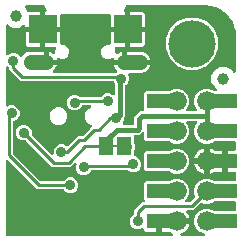
<source format=gbr>
G04 EAGLE Gerber RS-274X export*
G75*
%MOMM*%
%FSLAX34Y34*%
%LPD*%
%INBottom Copper*%
%IPPOS*%
%AMOC8*
5,1,8,0,0,1.08239X$1,22.5*%
G01*
%ADD10R,2.413000X2.413000*%
%ADD11C,1.308000*%
%ADD12C,4.016000*%
%ADD13C,1.676400*%
%ADD14R,2.032000X1.270000*%
%ADD15R,1.168400X1.600200*%
%ADD16R,0.635000X0.203200*%
%ADD17C,1.000000*%
%ADD18C,0.906400*%
%ADD19C,0.254000*%
%ADD20C,0.406400*%

G36*
X143162Y2556D02*
X143162Y2556D01*
X143282Y2563D01*
X143320Y2576D01*
X143359Y2581D01*
X143470Y2624D01*
X143584Y2661D01*
X143618Y2683D01*
X143655Y2698D01*
X143752Y2768D01*
X143853Y2832D01*
X143880Y2861D01*
X143912Y2884D01*
X143989Y2976D01*
X144070Y3063D01*
X144090Y3099D01*
X144115Y3129D01*
X144166Y3237D01*
X144224Y3342D01*
X144234Y3381D01*
X144251Y3417D01*
X144273Y3534D01*
X144303Y3650D01*
X144303Y3690D01*
X144311Y3729D01*
X144303Y3849D01*
X144303Y3968D01*
X144293Y4007D01*
X144291Y4047D01*
X144254Y4160D01*
X144224Y4276D01*
X144205Y4311D01*
X144193Y4349D01*
X144129Y4450D01*
X144072Y4555D01*
X144044Y4584D01*
X144023Y4618D01*
X143936Y4700D01*
X143854Y4787D01*
X143820Y4809D01*
X143791Y4836D01*
X143687Y4894D01*
X143586Y4958D01*
X143530Y4980D01*
X143513Y4990D01*
X143493Y4995D01*
X143436Y5017D01*
X143127Y5118D01*
X141595Y5898D01*
X141308Y6107D01*
X141166Y6185D01*
X141030Y6260D01*
X141029Y6260D01*
X140867Y6302D01*
X140722Y6339D01*
X140721Y6339D01*
X140720Y6339D01*
X140562Y6349D01*
X134619Y6349D01*
X134619Y12701D01*
X135177Y12701D01*
X135237Y12708D01*
X135297Y12706D01*
X135394Y12728D01*
X135493Y12741D01*
X146090Y12741D01*
X146208Y12756D01*
X146327Y12763D01*
X146365Y12775D01*
X146405Y12781D01*
X146516Y12824D01*
X146629Y12861D01*
X146663Y12883D01*
X146701Y12898D01*
X146797Y12967D01*
X146898Y13031D01*
X146926Y13061D01*
X146958Y13084D01*
X147034Y13176D01*
X147116Y13263D01*
X147135Y13298D01*
X147161Y13329D01*
X147212Y13437D01*
X147269Y13541D01*
X147279Y13581D01*
X147297Y13617D01*
X147317Y13724D01*
X147321Y13694D01*
X147365Y13584D01*
X147401Y13471D01*
X147423Y13436D01*
X147438Y13399D01*
X147508Y13302D01*
X147571Y13202D01*
X147601Y13174D01*
X147625Y13141D01*
X147716Y13065D01*
X147803Y12984D01*
X147838Y12964D01*
X147870Y12939D01*
X147977Y12888D01*
X148082Y12830D01*
X148121Y12820D01*
X148157Y12803D01*
X148274Y12781D01*
X148390Y12751D01*
X148450Y12747D01*
X148470Y12743D01*
X148490Y12745D01*
X148550Y12741D01*
X157983Y12741D01*
X157974Y12682D01*
X157443Y11047D01*
X156662Y9515D01*
X155651Y8124D01*
X154436Y6909D01*
X153045Y5898D01*
X151513Y5118D01*
X151204Y5017D01*
X151096Y4966D01*
X150985Y4922D01*
X150952Y4899D01*
X150916Y4882D01*
X150824Y4806D01*
X150728Y4736D01*
X150702Y4705D01*
X150671Y4679D01*
X150601Y4583D01*
X150525Y4491D01*
X150508Y4454D01*
X150484Y4422D01*
X150440Y4311D01*
X150389Y4203D01*
X150382Y4164D01*
X150367Y4126D01*
X150352Y4008D01*
X150329Y3890D01*
X150332Y3851D01*
X150327Y3811D01*
X150342Y3692D01*
X150349Y3573D01*
X150361Y3535D01*
X150366Y3495D01*
X150410Y3384D01*
X150447Y3271D01*
X150469Y3237D01*
X150483Y3199D01*
X150553Y3103D01*
X150617Y3002D01*
X150647Y2974D01*
X150670Y2942D01*
X150762Y2866D01*
X150849Y2784D01*
X150884Y2765D01*
X150915Y2739D01*
X151023Y2688D01*
X151127Y2630D01*
X151166Y2620D01*
X151203Y2603D01*
X151320Y2581D01*
X151435Y2551D01*
X151495Y2547D01*
X151515Y2543D01*
X151535Y2545D01*
X151596Y2541D01*
X169783Y2541D01*
X169852Y2549D01*
X169922Y2548D01*
X170009Y2569D01*
X170098Y2581D01*
X170163Y2606D01*
X170231Y2623D01*
X170311Y2665D01*
X170394Y2698D01*
X170450Y2739D01*
X170512Y2771D01*
X170579Y2832D01*
X170651Y2884D01*
X170696Y2938D01*
X170748Y2985D01*
X170797Y3060D01*
X170854Y3129D01*
X170884Y3193D01*
X170922Y3251D01*
X170952Y3336D01*
X170990Y3417D01*
X171003Y3486D01*
X171026Y3552D01*
X171033Y3641D01*
X171050Y3729D01*
X171045Y3799D01*
X171051Y3869D01*
X171035Y3957D01*
X171030Y4047D01*
X171008Y4113D01*
X170996Y4182D01*
X170959Y4264D01*
X170932Y4349D01*
X170894Y4408D01*
X170866Y4472D01*
X170810Y4542D01*
X170762Y4618D01*
X170711Y4666D01*
X170667Y4720D01*
X170595Y4775D01*
X170530Y4836D01*
X170469Y4870D01*
X170413Y4912D01*
X170269Y4983D01*
X166821Y6411D01*
X163891Y9341D01*
X162305Y13168D01*
X162305Y17312D01*
X163891Y21139D01*
X166821Y24069D01*
X170648Y25655D01*
X174792Y25655D01*
X178619Y24069D01*
X178694Y23994D01*
X178772Y23934D01*
X178845Y23866D01*
X178898Y23837D01*
X178945Y23800D01*
X179036Y23760D01*
X179123Y23712D01*
X179182Y23697D01*
X179237Y23673D01*
X179335Y23658D01*
X179431Y23633D01*
X179531Y23627D01*
X179551Y23623D01*
X179564Y23625D01*
X179592Y23623D01*
X196088Y23623D01*
X196206Y23638D01*
X196325Y23645D01*
X196363Y23658D01*
X196404Y23663D01*
X196514Y23706D01*
X196627Y23743D01*
X196662Y23765D01*
X196699Y23780D01*
X196795Y23849D01*
X196896Y23913D01*
X196924Y23943D01*
X196957Y23966D01*
X197033Y24058D01*
X197114Y24145D01*
X197134Y24180D01*
X197159Y24211D01*
X197210Y24319D01*
X197268Y24423D01*
X197278Y24463D01*
X197295Y24499D01*
X197317Y24616D01*
X197347Y24731D01*
X197351Y24791D01*
X197355Y24811D01*
X197353Y24832D01*
X197357Y24892D01*
X197357Y30988D01*
X197342Y31106D01*
X197335Y31225D01*
X197322Y31263D01*
X197317Y31304D01*
X197274Y31414D01*
X197237Y31527D01*
X197215Y31562D01*
X197200Y31599D01*
X197131Y31695D01*
X197067Y31796D01*
X197037Y31824D01*
X197014Y31857D01*
X196922Y31933D01*
X196835Y32014D01*
X196800Y32034D01*
X196769Y32059D01*
X196661Y32110D01*
X196557Y32168D01*
X196517Y32178D01*
X196481Y32195D01*
X196364Y32217D01*
X196249Y32247D01*
X196189Y32251D01*
X196169Y32255D01*
X196148Y32253D01*
X196088Y32257D01*
X179592Y32257D01*
X179493Y32245D01*
X179394Y32242D01*
X179336Y32225D01*
X179276Y32217D01*
X179184Y32181D01*
X179089Y32153D01*
X179037Y32123D01*
X178980Y32100D01*
X178900Y32042D01*
X178815Y31992D01*
X178740Y31926D01*
X178723Y31914D01*
X178715Y31904D01*
X178694Y31886D01*
X178619Y31811D01*
X174792Y30225D01*
X170648Y30225D01*
X168835Y30976D01*
X168807Y30984D01*
X168780Y30998D01*
X168654Y31026D01*
X168528Y31060D01*
X168499Y31061D01*
X168470Y31067D01*
X168340Y31063D01*
X168210Y31065D01*
X168182Y31058D01*
X168152Y31058D01*
X168028Y31021D01*
X167901Y30991D01*
X167875Y30977D01*
X167847Y30969D01*
X167735Y30903D01*
X167620Y30842D01*
X167598Y30823D01*
X167573Y30808D01*
X167452Y30701D01*
X163694Y26944D01*
X161388Y24637D01*
X156434Y24637D01*
X156296Y24620D01*
X156158Y24607D01*
X156139Y24600D01*
X156118Y24597D01*
X155989Y24546D01*
X155858Y24499D01*
X155842Y24488D01*
X155823Y24480D01*
X155710Y24399D01*
X155595Y24321D01*
X155582Y24305D01*
X155565Y24294D01*
X155477Y24186D01*
X155385Y24082D01*
X155376Y24064D01*
X155363Y24049D01*
X155303Y23923D01*
X155240Y23799D01*
X155236Y23779D01*
X155227Y23761D01*
X155201Y23624D01*
X155171Y23489D01*
X155171Y23468D01*
X155167Y23449D01*
X155176Y23310D01*
X155180Y23171D01*
X155186Y23151D01*
X155187Y23131D01*
X155230Y22999D01*
X155269Y22865D01*
X155279Y22848D01*
X155285Y22829D01*
X155360Y22711D01*
X155430Y22591D01*
X155449Y22570D01*
X155455Y22560D01*
X155470Y22546D01*
X155537Y22470D01*
X155651Y22356D01*
X156662Y20965D01*
X157443Y19433D01*
X157974Y17798D01*
X157983Y17739D01*
X148550Y17739D01*
X148432Y17724D01*
X148313Y17717D01*
X148275Y17704D01*
X148235Y17699D01*
X148124Y17656D01*
X148011Y17619D01*
X147977Y17597D01*
X147939Y17582D01*
X147843Y17513D01*
X147742Y17449D01*
X147714Y17419D01*
X147682Y17396D01*
X147606Y17304D01*
X147524Y17217D01*
X147505Y17182D01*
X147479Y17151D01*
X147428Y17043D01*
X147371Y16939D01*
X147361Y16899D01*
X147343Y16863D01*
X147323Y16756D01*
X147319Y16786D01*
X147275Y16896D01*
X147239Y17009D01*
X147217Y17044D01*
X147202Y17081D01*
X147132Y17177D01*
X147069Y17278D01*
X147039Y17306D01*
X147015Y17339D01*
X146924Y17415D01*
X146837Y17496D01*
X146802Y17516D01*
X146770Y17541D01*
X146663Y17592D01*
X146558Y17650D01*
X146519Y17660D01*
X146483Y17677D01*
X146366Y17699D01*
X146250Y17729D01*
X146190Y17733D01*
X146170Y17737D01*
X146150Y17735D01*
X146090Y17739D01*
X135480Y17739D01*
X135456Y17748D01*
X135396Y17754D01*
X135338Y17769D01*
X135177Y17779D01*
X133350Y17779D01*
X133232Y17764D01*
X133113Y17757D01*
X133075Y17744D01*
X133035Y17739D01*
X132924Y17695D01*
X132811Y17659D01*
X132776Y17637D01*
X132739Y17622D01*
X132643Y17552D01*
X132542Y17489D01*
X132514Y17459D01*
X132482Y17435D01*
X132406Y17344D01*
X132324Y17257D01*
X132305Y17222D01*
X132279Y17190D01*
X132228Y17083D01*
X132171Y16979D01*
X132160Y16939D01*
X132143Y16903D01*
X132121Y16786D01*
X132091Y16671D01*
X132087Y16610D01*
X132083Y16590D01*
X132084Y16585D01*
X132083Y16583D01*
X132084Y16566D01*
X132081Y16510D01*
X132081Y15239D01*
X130810Y15239D01*
X130692Y15224D01*
X130573Y15217D01*
X130535Y15204D01*
X130495Y15199D01*
X130384Y15155D01*
X130271Y15119D01*
X130236Y15097D01*
X130199Y15082D01*
X130103Y15012D01*
X130002Y14949D01*
X129974Y14919D01*
X129941Y14895D01*
X129866Y14804D01*
X129784Y14717D01*
X129764Y14682D01*
X129739Y14650D01*
X129688Y14543D01*
X129630Y14439D01*
X129620Y14399D01*
X129603Y14363D01*
X129581Y14246D01*
X129551Y14131D01*
X129547Y14070D01*
X129543Y14050D01*
X129544Y14046D01*
X129543Y14044D01*
X129544Y14027D01*
X129541Y13970D01*
X129541Y6349D01*
X121586Y6349D01*
X120939Y6522D01*
X120360Y6857D01*
X119887Y7330D01*
X119552Y7909D01*
X119348Y8672D01*
X119332Y8712D01*
X119323Y8754D01*
X119272Y8858D01*
X119228Y8967D01*
X119202Y9001D01*
X119183Y9040D01*
X119108Y9128D01*
X119038Y9222D01*
X119005Y9249D01*
X118977Y9282D01*
X118882Y9349D01*
X118791Y9422D01*
X118752Y9440D01*
X118717Y9465D01*
X118608Y9506D01*
X118502Y9555D01*
X118460Y9562D01*
X118420Y9578D01*
X118304Y9591D01*
X118189Y9611D01*
X118146Y9608D01*
X118104Y9613D01*
X117988Y9597D01*
X117872Y9588D01*
X117831Y9574D01*
X117789Y9568D01*
X117636Y9516D01*
X115606Y8675D01*
X112994Y8675D01*
X110581Y9675D01*
X108735Y11521D01*
X107735Y13934D01*
X107735Y16546D01*
X108735Y18959D01*
X110626Y20849D01*
X110686Y20928D01*
X110754Y21000D01*
X110783Y21053D01*
X110820Y21101D01*
X110860Y21192D01*
X110908Y21278D01*
X110923Y21337D01*
X110947Y21393D01*
X110962Y21491D01*
X110987Y21586D01*
X110993Y21686D01*
X110997Y21707D01*
X110995Y21719D01*
X110997Y21747D01*
X110997Y24228D01*
X118012Y31243D01*
X119028Y31243D01*
X119166Y31260D01*
X119305Y31273D01*
X119324Y31280D01*
X119344Y31283D01*
X119473Y31334D01*
X119604Y31381D01*
X119621Y31392D01*
X119640Y31400D01*
X119752Y31481D01*
X119867Y31559D01*
X119881Y31575D01*
X119897Y31586D01*
X119985Y31693D01*
X120078Y31798D01*
X120087Y31816D01*
X120100Y31831D01*
X120159Y31957D01*
X120222Y32081D01*
X120227Y32101D01*
X120235Y32119D01*
X120261Y32255D01*
X120292Y32391D01*
X120291Y32412D01*
X120295Y32431D01*
X120286Y32570D01*
X120282Y32709D01*
X120277Y32729D01*
X120275Y32749D01*
X120232Y32881D01*
X120194Y33015D01*
X120183Y33032D01*
X120177Y33051D01*
X120103Y33169D01*
X120032Y33289D01*
X120014Y33310D01*
X120007Y33320D01*
X119992Y33334D01*
X119926Y33410D01*
X119887Y33448D01*
X119887Y47832D01*
X121078Y49023D01*
X140448Y49023D01*
X140547Y49035D01*
X140646Y49038D01*
X140704Y49055D01*
X140764Y49063D01*
X140856Y49099D01*
X140951Y49127D01*
X141003Y49157D01*
X141060Y49180D01*
X141140Y49238D01*
X141225Y49288D01*
X141300Y49354D01*
X141317Y49366D01*
X141325Y49376D01*
X141346Y49394D01*
X141421Y49469D01*
X145248Y51055D01*
X149392Y51055D01*
X153219Y49469D01*
X156149Y46539D01*
X157735Y42712D01*
X157735Y38568D01*
X156149Y34741D01*
X154818Y33409D01*
X154733Y33300D01*
X154644Y33193D01*
X154636Y33174D01*
X154623Y33158D01*
X154568Y33031D01*
X154509Y32905D01*
X154505Y32885D01*
X154497Y32866D01*
X154475Y32728D01*
X154449Y32592D01*
X154450Y32572D01*
X154447Y32552D01*
X154460Y32413D01*
X154469Y32275D01*
X154475Y32256D01*
X154477Y32236D01*
X154524Y32104D01*
X154567Y31973D01*
X154578Y31955D01*
X154584Y31936D01*
X154662Y31821D01*
X154737Y31704D01*
X154752Y31690D01*
X154763Y31673D01*
X154867Y31581D01*
X154968Y31486D01*
X154986Y31476D01*
X155001Y31463D01*
X155126Y31399D01*
X155247Y31332D01*
X155267Y31327D01*
X155285Y31318D01*
X155420Y31288D01*
X155555Y31253D01*
X155583Y31251D01*
X155595Y31248D01*
X155615Y31249D01*
X155716Y31243D01*
X158126Y31243D01*
X158224Y31255D01*
X158323Y31258D01*
X158382Y31275D01*
X158442Y31283D01*
X158534Y31319D01*
X158629Y31347D01*
X158681Y31377D01*
X158737Y31400D01*
X158817Y31458D01*
X158903Y31508D01*
X158978Y31574D01*
X158995Y31586D01*
X159003Y31596D01*
X159024Y31614D01*
X162781Y35372D01*
X162799Y35395D01*
X162822Y35414D01*
X162896Y35520D01*
X162976Y35623D01*
X162988Y35650D01*
X163005Y35674D01*
X163051Y35796D01*
X163102Y35915D01*
X163107Y35944D01*
X163118Y35972D01*
X163132Y36101D01*
X163152Y36229D01*
X163150Y36259D01*
X163153Y36288D01*
X163135Y36416D01*
X163123Y36546D01*
X163113Y36574D01*
X163108Y36603D01*
X163056Y36755D01*
X162305Y38568D01*
X162305Y42712D01*
X163891Y46539D01*
X166821Y49469D01*
X170648Y51055D01*
X174792Y51055D01*
X178619Y49469D01*
X178694Y49394D01*
X178772Y49334D01*
X178845Y49266D01*
X178898Y49237D01*
X178945Y49200D01*
X179036Y49160D01*
X179123Y49112D01*
X179182Y49097D01*
X179237Y49073D01*
X179335Y49058D01*
X179431Y49033D01*
X179531Y49027D01*
X179551Y49023D01*
X179564Y49025D01*
X179592Y49023D01*
X196088Y49023D01*
X196206Y49038D01*
X196325Y49045D01*
X196363Y49058D01*
X196404Y49063D01*
X196514Y49106D01*
X196627Y49143D01*
X196662Y49165D01*
X196699Y49180D01*
X196795Y49249D01*
X196896Y49313D01*
X196924Y49343D01*
X196957Y49366D01*
X197033Y49458D01*
X197114Y49545D01*
X197134Y49580D01*
X197159Y49611D01*
X197210Y49719D01*
X197268Y49823D01*
X197278Y49863D01*
X197295Y49899D01*
X197317Y50016D01*
X197347Y50131D01*
X197351Y50191D01*
X197355Y50211D01*
X197353Y50232D01*
X197357Y50292D01*
X197357Y55880D01*
X197342Y55998D01*
X197335Y56117D01*
X197322Y56155D01*
X197317Y56196D01*
X197274Y56306D01*
X197237Y56419D01*
X197215Y56454D01*
X197200Y56491D01*
X197131Y56587D01*
X197067Y56688D01*
X197037Y56716D01*
X197014Y56749D01*
X196922Y56825D01*
X196835Y56906D01*
X196800Y56926D01*
X196769Y56951D01*
X196661Y57002D01*
X196557Y57060D01*
X196517Y57070D01*
X196481Y57087D01*
X196364Y57109D01*
X196249Y57139D01*
X196189Y57143D01*
X196169Y57147D01*
X196148Y57145D01*
X196088Y57149D01*
X190499Y57149D01*
X190499Y64770D01*
X190484Y64888D01*
X190477Y65007D01*
X190464Y65045D01*
X190459Y65085D01*
X190415Y65196D01*
X190379Y65309D01*
X190357Y65344D01*
X190342Y65381D01*
X190272Y65477D01*
X190209Y65578D01*
X190179Y65606D01*
X190155Y65638D01*
X190064Y65714D01*
X189977Y65796D01*
X189942Y65815D01*
X189910Y65841D01*
X189803Y65892D01*
X189699Y65949D01*
X189659Y65960D01*
X189623Y65977D01*
X189506Y65999D01*
X189391Y66029D01*
X189330Y66033D01*
X189310Y66037D01*
X189290Y66035D01*
X189230Y66039D01*
X187959Y66039D01*
X187959Y66041D01*
X189230Y66041D01*
X189348Y66056D01*
X189467Y66063D01*
X189505Y66076D01*
X189545Y66081D01*
X189656Y66125D01*
X189769Y66161D01*
X189804Y66183D01*
X189841Y66198D01*
X189937Y66268D01*
X190038Y66331D01*
X190066Y66361D01*
X190098Y66385D01*
X190174Y66476D01*
X190256Y66563D01*
X190275Y66598D01*
X190301Y66630D01*
X190352Y66737D01*
X190409Y66841D01*
X190420Y66881D01*
X190437Y66917D01*
X190459Y67034D01*
X190489Y67149D01*
X190493Y67210D01*
X190497Y67230D01*
X190495Y67250D01*
X190499Y67310D01*
X190499Y74931D01*
X196088Y74931D01*
X196206Y74946D01*
X196325Y74953D01*
X196363Y74966D01*
X196404Y74971D01*
X196514Y75014D01*
X196627Y75051D01*
X196662Y75073D01*
X196699Y75088D01*
X196795Y75157D01*
X196896Y75221D01*
X196924Y75251D01*
X196957Y75274D01*
X197033Y75366D01*
X197114Y75453D01*
X197134Y75488D01*
X197159Y75519D01*
X197210Y75627D01*
X197268Y75731D01*
X197278Y75771D01*
X197295Y75807D01*
X197317Y75924D01*
X197347Y76039D01*
X197351Y76099D01*
X197355Y76119D01*
X197353Y76140D01*
X197357Y76200D01*
X197357Y81788D01*
X197342Y81906D01*
X197335Y82025D01*
X197322Y82063D01*
X197317Y82104D01*
X197274Y82214D01*
X197237Y82327D01*
X197215Y82362D01*
X197200Y82399D01*
X197131Y82495D01*
X197067Y82596D01*
X197037Y82624D01*
X197014Y82657D01*
X196922Y82733D01*
X196835Y82814D01*
X196800Y82834D01*
X196769Y82859D01*
X196661Y82910D01*
X196557Y82968D01*
X196517Y82978D01*
X196481Y82995D01*
X196364Y83017D01*
X196249Y83047D01*
X196189Y83051D01*
X196169Y83055D01*
X196148Y83053D01*
X196088Y83057D01*
X179592Y83057D01*
X179493Y83045D01*
X179394Y83042D01*
X179336Y83025D01*
X179276Y83017D01*
X179184Y82981D01*
X179089Y82953D01*
X179037Y82923D01*
X178980Y82900D01*
X178900Y82842D01*
X178815Y82792D01*
X178740Y82726D01*
X178723Y82714D01*
X178715Y82704D01*
X178694Y82686D01*
X178619Y82611D01*
X174792Y81025D01*
X170648Y81025D01*
X166821Y82611D01*
X163891Y85541D01*
X162305Y89368D01*
X162305Y93512D01*
X163891Y97339D01*
X164460Y97909D01*
X164545Y98018D01*
X164634Y98125D01*
X164642Y98144D01*
X164655Y98160D01*
X164710Y98288D01*
X164769Y98413D01*
X164773Y98433D01*
X164781Y98452D01*
X164803Y98590D01*
X164829Y98726D01*
X164828Y98746D01*
X164831Y98766D01*
X164818Y98905D01*
X164809Y99043D01*
X164803Y99062D01*
X164801Y99082D01*
X164754Y99213D01*
X164711Y99345D01*
X164700Y99363D01*
X164694Y99382D01*
X164616Y99496D01*
X164541Y99614D01*
X164526Y99628D01*
X164515Y99645D01*
X164411Y99737D01*
X164310Y99832D01*
X164292Y99842D01*
X164277Y99855D01*
X164153Y99918D01*
X164031Y99986D01*
X164011Y99991D01*
X163993Y100000D01*
X163857Y100030D01*
X163723Y100065D01*
X163695Y100067D01*
X163683Y100070D01*
X163663Y100069D01*
X163562Y100075D01*
X156478Y100075D01*
X156340Y100058D01*
X156201Y100045D01*
X156182Y100038D01*
X156162Y100035D01*
X156032Y99984D01*
X155902Y99937D01*
X155885Y99926D01*
X155866Y99918D01*
X155754Y99837D01*
X155639Y99759D01*
X155625Y99743D01*
X155609Y99732D01*
X155520Y99624D01*
X155428Y99520D01*
X155419Y99502D01*
X155406Y99487D01*
X155347Y99361D01*
X155284Y99237D01*
X155279Y99217D01*
X155271Y99199D01*
X155245Y99062D01*
X155214Y98927D01*
X155215Y98906D01*
X155211Y98887D01*
X155220Y98748D01*
X155224Y98609D01*
X155229Y98589D01*
X155231Y98569D01*
X155273Y98437D01*
X155312Y98303D01*
X155322Y98286D01*
X155329Y98267D01*
X155403Y98149D01*
X155474Y98029D01*
X155492Y98008D01*
X155499Y97998D01*
X155514Y97984D01*
X155580Y97909D01*
X156149Y97339D01*
X157735Y93512D01*
X157735Y89368D01*
X156149Y85541D01*
X153219Y82611D01*
X149392Y81025D01*
X145248Y81025D01*
X141421Y82611D01*
X141346Y82686D01*
X141268Y82746D01*
X141195Y82814D01*
X141142Y82843D01*
X141095Y82880D01*
X141004Y82920D01*
X140917Y82968D01*
X140858Y82983D01*
X140803Y83007D01*
X140705Y83022D01*
X140609Y83047D01*
X140509Y83053D01*
X140489Y83057D01*
X140476Y83055D01*
X140448Y83057D01*
X121078Y83057D01*
X119887Y84248D01*
X119887Y89485D01*
X119870Y89623D01*
X119857Y89761D01*
X119850Y89780D01*
X119847Y89800D01*
X119796Y89929D01*
X119749Y90060D01*
X119738Y90077D01*
X119730Y90096D01*
X119649Y90208D01*
X119571Y90323D01*
X119555Y90337D01*
X119544Y90353D01*
X119436Y90442D01*
X119332Y90534D01*
X119314Y90543D01*
X119299Y90556D01*
X119173Y90615D01*
X119049Y90678D01*
X119029Y90683D01*
X119011Y90692D01*
X118874Y90718D01*
X118739Y90748D01*
X118718Y90748D01*
X118699Y90751D01*
X118560Y90743D01*
X118421Y90738D01*
X118401Y90733D01*
X118381Y90732D01*
X118249Y90689D01*
X118115Y90650D01*
X118098Y90640D01*
X118079Y90634D01*
X117961Y90559D01*
X117841Y90489D01*
X117820Y90470D01*
X117810Y90463D01*
X117796Y90448D01*
X117721Y90382D01*
X116882Y89544D01*
X115984Y88645D01*
X112014Y88645D01*
X111896Y88630D01*
X111777Y88623D01*
X111739Y88610D01*
X111698Y88605D01*
X111588Y88562D01*
X111475Y88525D01*
X111440Y88503D01*
X111403Y88488D01*
X111307Y88419D01*
X111206Y88355D01*
X111178Y88325D01*
X111145Y88302D01*
X111069Y88210D01*
X110988Y88123D01*
X110968Y88088D01*
X110943Y88057D01*
X110892Y87949D01*
X110834Y87845D01*
X110824Y87805D01*
X110807Y87769D01*
X110785Y87652D01*
X110755Y87537D01*
X110751Y87477D01*
X110747Y87457D01*
X110749Y87436D01*
X110745Y87376D01*
X110745Y82580D01*
X110757Y82481D01*
X110760Y82382D01*
X110777Y82324D01*
X110785Y82264D01*
X110821Y82172D01*
X110849Y82077D01*
X110879Y82025D01*
X110902Y81969D01*
X110933Y81925D01*
X111975Y79411D01*
X111975Y76799D01*
X110939Y74299D01*
X110922Y74277D01*
X110882Y74186D01*
X110834Y74099D01*
X110819Y74040D01*
X110795Y73985D01*
X110780Y73887D01*
X110755Y73791D01*
X110750Y73714D01*
X110747Y73699D01*
X110748Y73687D01*
X110745Y73671D01*
X110747Y73659D01*
X110745Y73630D01*
X110745Y71334D01*
X110760Y71216D01*
X110767Y71097D01*
X110780Y71059D01*
X110785Y71018D01*
X110828Y70908D01*
X110865Y70795D01*
X110887Y70760D01*
X110902Y70723D01*
X110971Y70627D01*
X111035Y70526D01*
X111065Y70498D01*
X111088Y70465D01*
X111180Y70389D01*
X111267Y70308D01*
X111302Y70288D01*
X111333Y70263D01*
X111441Y70212D01*
X111545Y70154D01*
X111585Y70144D01*
X111621Y70127D01*
X111666Y70118D01*
X114209Y69065D01*
X116055Y67219D01*
X117055Y64806D01*
X117055Y62194D01*
X116055Y59781D01*
X114209Y57935D01*
X111796Y56935D01*
X109184Y56935D01*
X106771Y57935D01*
X106151Y58556D01*
X106072Y58616D01*
X106000Y58684D01*
X105947Y58713D01*
X105899Y58750D01*
X105808Y58790D01*
X105722Y58838D01*
X105663Y58853D01*
X105607Y58877D01*
X105509Y58892D01*
X105414Y58917D01*
X105314Y58923D01*
X105293Y58927D01*
X105281Y58925D01*
X105253Y58927D01*
X75692Y58927D01*
X75662Y58924D01*
X75633Y58926D01*
X75505Y58904D01*
X75376Y58887D01*
X75349Y58877D01*
X75320Y58872D01*
X75201Y58818D01*
X75080Y58770D01*
X75057Y58753D01*
X75030Y58741D01*
X74928Y58660D01*
X74823Y58584D01*
X74804Y58561D01*
X74781Y58542D01*
X74703Y58439D01*
X74620Y58339D01*
X74608Y58312D01*
X74590Y58288D01*
X74519Y58144D01*
X74145Y57241D01*
X72299Y55395D01*
X69886Y54395D01*
X67274Y54395D01*
X64861Y55395D01*
X63015Y57241D01*
X62015Y59654D01*
X62015Y62266D01*
X62380Y63146D01*
X62398Y63213D01*
X62426Y63277D01*
X62440Y63366D01*
X62464Y63452D01*
X62465Y63522D01*
X62476Y63591D01*
X62467Y63681D01*
X62469Y63770D01*
X62452Y63838D01*
X62446Y63908D01*
X62415Y63992D01*
X62395Y64080D01*
X62362Y64141D01*
X62338Y64207D01*
X62288Y64281D01*
X62246Y64361D01*
X62199Y64412D01*
X62160Y64470D01*
X62092Y64529D01*
X62032Y64596D01*
X61974Y64634D01*
X61921Y64681D01*
X61841Y64721D01*
X61766Y64771D01*
X61700Y64793D01*
X61638Y64825D01*
X61550Y64845D01*
X61465Y64874D01*
X61396Y64879D01*
X61328Y64895D01*
X61238Y64892D01*
X61148Y64899D01*
X61080Y64887D01*
X61010Y64885D01*
X60924Y64860D01*
X60835Y64845D01*
X60771Y64816D01*
X60704Y64797D01*
X60627Y64751D01*
X60545Y64714D01*
X60491Y64671D01*
X60430Y64635D01*
X60310Y64529D01*
X57248Y61467D01*
X41812Y61467D01*
X20046Y83234D01*
X19967Y83294D01*
X19895Y83362D01*
X19842Y83391D01*
X19794Y83428D01*
X19703Y83468D01*
X19617Y83516D01*
X19558Y83531D01*
X19503Y83555D01*
X19405Y83570D01*
X19309Y83595D01*
X19209Y83601D01*
X19188Y83605D01*
X19176Y83603D01*
X19148Y83605D01*
X16474Y83605D01*
X14061Y84605D01*
X12215Y86451D01*
X11215Y88864D01*
X11215Y91476D01*
X12215Y93889D01*
X14061Y95735D01*
X16474Y96735D01*
X19086Y96735D01*
X21499Y95735D01*
X23345Y93889D01*
X24345Y91476D01*
X24345Y88802D01*
X24357Y88704D01*
X24360Y88605D01*
X24377Y88546D01*
X24385Y88486D01*
X24421Y88394D01*
X24449Y88299D01*
X24479Y88247D01*
X24502Y88191D01*
X24560Y88111D01*
X24610Y88025D01*
X24676Y87950D01*
X24688Y87933D01*
X24698Y87925D01*
X24716Y87904D01*
X40799Y71822D01*
X40908Y71737D01*
X41015Y71648D01*
X41034Y71640D01*
X41050Y71627D01*
X41178Y71572D01*
X41303Y71513D01*
X41323Y71509D01*
X41342Y71501D01*
X41480Y71479D01*
X41616Y71453D01*
X41636Y71454D01*
X41656Y71451D01*
X41795Y71464D01*
X41933Y71473D01*
X41952Y71479D01*
X41972Y71481D01*
X42104Y71528D01*
X42235Y71571D01*
X42253Y71582D01*
X42272Y71589D01*
X42387Y71667D01*
X42504Y71741D01*
X42518Y71756D01*
X42535Y71767D01*
X42627Y71871D01*
X42722Y71973D01*
X42732Y71990D01*
X42745Y72006D01*
X42809Y72129D01*
X42876Y72251D01*
X42881Y72271D01*
X42890Y72289D01*
X42920Y72425D01*
X42955Y72559D01*
X42957Y72587D01*
X42960Y72599D01*
X42959Y72620D01*
X42965Y72720D01*
X42965Y74966D01*
X43965Y77379D01*
X45811Y79225D01*
X48224Y80225D01*
X50836Y80225D01*
X53249Y79225D01*
X53479Y78995D01*
X53573Y78922D01*
X53662Y78843D01*
X53698Y78825D01*
X53730Y78800D01*
X53840Y78753D01*
X53946Y78698D01*
X53985Y78690D01*
X54022Y78674D01*
X54140Y78655D01*
X54256Y78629D01*
X54296Y78630D01*
X54336Y78624D01*
X54455Y78635D01*
X54574Y78638D01*
X54613Y78650D01*
X54653Y78654D01*
X54765Y78694D01*
X54879Y78727D01*
X54914Y78747D01*
X54952Y78761D01*
X55051Y78828D01*
X55153Y78888D01*
X55198Y78928D01*
X55215Y78940D01*
X55229Y78955D01*
X55274Y78995D01*
X61096Y84816D01*
X63402Y87123D01*
X66686Y87123D01*
X66784Y87135D01*
X66883Y87138D01*
X66942Y87155D01*
X67002Y87163D01*
X67094Y87199D01*
X67189Y87227D01*
X67241Y87257D01*
X67297Y87280D01*
X67377Y87338D01*
X67463Y87388D01*
X67538Y87454D01*
X67555Y87466D01*
X67563Y87476D01*
X67584Y87494D01*
X73796Y93706D01*
X75065Y94975D01*
X75095Y95015D01*
X75132Y95048D01*
X75192Y95140D01*
X75260Y95227D01*
X75279Y95272D01*
X75307Y95314D01*
X75342Y95417D01*
X75386Y95518D01*
X75394Y95568D01*
X75410Y95615D01*
X75419Y95724D01*
X75436Y95833D01*
X75431Y95882D01*
X75435Y95932D01*
X75416Y96040D01*
X75406Y96149D01*
X75389Y96196D01*
X75381Y96245D01*
X75336Y96345D01*
X75298Y96448D01*
X75270Y96490D01*
X75250Y96535D01*
X75181Y96621D01*
X75120Y96712D01*
X75082Y96744D01*
X75051Y96783D01*
X74964Y96849D01*
X74881Y96922D01*
X74837Y96945D01*
X74797Y96975D01*
X74653Y97045D01*
X72959Y97747D01*
X70837Y99869D01*
X69689Y102640D01*
X69689Y105640D01*
X70837Y108411D01*
X72959Y110533D01*
X74317Y111095D01*
X74378Y111130D01*
X74442Y111156D01*
X74515Y111208D01*
X74593Y111253D01*
X74643Y111301D01*
X74700Y111342D01*
X74757Y111412D01*
X74822Y111474D01*
X74858Y111534D01*
X74903Y111587D01*
X74941Y111669D01*
X74988Y111745D01*
X75008Y111812D01*
X75038Y111875D01*
X75055Y111963D01*
X75081Y112049D01*
X75085Y112119D01*
X75098Y112188D01*
X75092Y112277D01*
X75097Y112367D01*
X75082Y112435D01*
X75078Y112505D01*
X75051Y112590D01*
X75032Y112678D01*
X75002Y112741D01*
X74980Y112807D01*
X74932Y112883D01*
X74893Y112964D01*
X74847Y113017D01*
X74810Y113076D01*
X74745Y113138D01*
X74686Y113206D01*
X74629Y113246D01*
X74578Y113294D01*
X74500Y113337D01*
X74426Y113389D01*
X74361Y113414D01*
X74300Y113448D01*
X74213Y113470D01*
X74129Y113502D01*
X74059Y113510D01*
X73992Y113527D01*
X73831Y113537D01*
X68072Y113537D01*
X68042Y113534D01*
X68013Y113536D01*
X67885Y113514D01*
X67756Y113497D01*
X67729Y113487D01*
X67700Y113482D01*
X67581Y113428D01*
X67460Y113380D01*
X67437Y113363D01*
X67410Y113351D01*
X67308Y113270D01*
X67203Y113194D01*
X67184Y113171D01*
X67161Y113152D01*
X67083Y113049D01*
X67000Y112949D01*
X66988Y112922D01*
X66970Y112898D01*
X66899Y112754D01*
X66525Y111851D01*
X64679Y110005D01*
X62266Y109005D01*
X59654Y109005D01*
X57241Y110005D01*
X55395Y111851D01*
X54395Y114264D01*
X54395Y116876D01*
X55395Y119289D01*
X57241Y121135D01*
X59654Y122135D01*
X62266Y122135D01*
X64679Y121135D01*
X65299Y120515D01*
X65378Y120454D01*
X65450Y120386D01*
X65503Y120357D01*
X65551Y120320D01*
X65642Y120280D01*
X65728Y120232D01*
X65787Y120217D01*
X65843Y120193D01*
X65941Y120178D01*
X66036Y120153D01*
X66136Y120147D01*
X66157Y120143D01*
X66169Y120145D01*
X66197Y120143D01*
X82393Y120143D01*
X82491Y120155D01*
X82590Y120158D01*
X82648Y120175D01*
X82709Y120183D01*
X82801Y120219D01*
X82896Y120247D01*
X82948Y120277D01*
X83004Y120300D01*
X83084Y120358D01*
X83170Y120408D01*
X83245Y120474D01*
X83262Y120486D01*
X83269Y120496D01*
X83291Y120514D01*
X85181Y122405D01*
X87594Y123405D01*
X90206Y123405D01*
X92619Y122405D01*
X92828Y122195D01*
X92916Y122127D01*
X92952Y122093D01*
X92971Y122083D01*
X93045Y122022D01*
X93064Y122013D01*
X93080Y122000D01*
X93207Y121945D01*
X93333Y121886D01*
X93353Y121882D01*
X93372Y121874D01*
X93509Y121852D01*
X93646Y121826D01*
X93666Y121827D01*
X93686Y121824D01*
X93824Y121837D01*
X93963Y121846D01*
X93982Y121852D01*
X94002Y121854D01*
X94134Y121901D01*
X94265Y121944D01*
X94282Y121955D01*
X94302Y121962D01*
X94417Y122040D01*
X94534Y122114D01*
X94548Y122129D01*
X94565Y122140D01*
X94657Y122244D01*
X94752Y122346D01*
X94762Y122363D01*
X94775Y122379D01*
X94839Y122503D01*
X94906Y122624D01*
X94911Y122644D01*
X94920Y122662D01*
X94950Y122798D01*
X94985Y122932D01*
X94987Y122960D01*
X94990Y122972D01*
X94989Y122993D01*
X94991Y123032D01*
X94993Y123039D01*
X94992Y123046D01*
X94995Y123093D01*
X94995Y131141D01*
X94983Y131239D01*
X94980Y131338D01*
X94963Y131396D01*
X94955Y131456D01*
X94919Y131548D01*
X94891Y131643D01*
X94861Y131695D01*
X94838Y131752D01*
X94780Y131832D01*
X94730Y131917D01*
X94664Y131993D01*
X94652Y132009D01*
X94642Y132017D01*
X94624Y132038D01*
X94360Y132301D01*
X94360Y132588D01*
X94345Y132706D01*
X94338Y132825D01*
X94325Y132863D01*
X94320Y132904D01*
X94277Y133014D01*
X94240Y133127D01*
X94218Y133162D01*
X94203Y133199D01*
X94134Y133295D01*
X94070Y133396D01*
X94040Y133424D01*
X94017Y133457D01*
X93925Y133533D01*
X93838Y133614D01*
X93803Y133634D01*
X93772Y133659D01*
X93664Y133710D01*
X93560Y133768D01*
X93520Y133778D01*
X93484Y133795D01*
X93367Y133817D01*
X93252Y133847D01*
X93192Y133851D01*
X93172Y133855D01*
X93151Y133853D01*
X93091Y133857D01*
X15142Y133857D01*
X5587Y143412D01*
X5587Y144623D01*
X5575Y144721D01*
X5572Y144820D01*
X5555Y144878D01*
X5547Y144939D01*
X5511Y145031D01*
X5483Y145126D01*
X5453Y145178D01*
X5430Y145234D01*
X5372Y145314D01*
X5322Y145400D01*
X5256Y145475D01*
X5244Y145492D01*
X5234Y145499D01*
X5216Y145521D01*
X4708Y146029D01*
X4598Y146114D01*
X4491Y146202D01*
X4472Y146211D01*
X4456Y146224D01*
X4328Y146279D01*
X4203Y146338D01*
X4183Y146342D01*
X4164Y146350D01*
X4026Y146372D01*
X3890Y146398D01*
X3870Y146397D01*
X3850Y146400D01*
X3711Y146387D01*
X3573Y146378D01*
X3554Y146372D01*
X3534Y146370D01*
X3403Y146323D01*
X3271Y146280D01*
X3253Y146269D01*
X3234Y146262D01*
X3120Y146184D01*
X3002Y146110D01*
X2988Y146095D01*
X2971Y146084D01*
X2879Y145980D01*
X2784Y145878D01*
X2774Y145860D01*
X2761Y145845D01*
X2698Y145721D01*
X2630Y145600D01*
X2625Y145580D01*
X2616Y145562D01*
X2586Y145426D01*
X2551Y145292D01*
X2549Y145264D01*
X2546Y145252D01*
X2547Y145231D01*
X2541Y145131D01*
X2541Y113581D01*
X2547Y113532D01*
X2545Y113482D01*
X2567Y113375D01*
X2581Y113266D01*
X2599Y113219D01*
X2609Y113171D01*
X2657Y113072D01*
X2698Y112970D01*
X2727Y112930D01*
X2749Y112885D01*
X2820Y112802D01*
X2884Y112713D01*
X2923Y112681D01*
X2955Y112643D01*
X3045Y112580D01*
X3129Y112510D01*
X3174Y112489D01*
X3215Y112460D01*
X3318Y112421D01*
X3417Y112374D01*
X3466Y112365D01*
X3512Y112347D01*
X3622Y112335D01*
X3729Y112315D01*
X3779Y112318D01*
X3828Y112312D01*
X3937Y112328D01*
X4047Y112334D01*
X4094Y112350D01*
X4143Y112357D01*
X4296Y112409D01*
X6314Y113245D01*
X8926Y113245D01*
X11339Y112245D01*
X13185Y110399D01*
X14185Y107986D01*
X14185Y105374D01*
X13185Y102961D01*
X11339Y101115D01*
X9166Y100215D01*
X9141Y100200D01*
X9113Y100191D01*
X9003Y100122D01*
X8890Y100057D01*
X8869Y100037D01*
X8844Y100021D01*
X8755Y99927D01*
X8662Y99836D01*
X8646Y99811D01*
X8626Y99789D01*
X8563Y99676D01*
X8495Y99565D01*
X8487Y99537D01*
X8472Y99511D01*
X8440Y99385D01*
X8402Y99261D01*
X8400Y99232D01*
X8393Y99203D01*
X8385Y99085D01*
X8385Y99084D01*
X8385Y99083D01*
X8383Y99042D01*
X8383Y73014D01*
X8395Y72916D01*
X8398Y72817D01*
X8415Y72758D01*
X8423Y72698D01*
X8459Y72606D01*
X8487Y72511D01*
X8517Y72459D01*
X8540Y72403D01*
X8598Y72323D01*
X8648Y72237D01*
X8714Y72162D01*
X8726Y72145D01*
X8736Y72137D01*
X8754Y72116D01*
X31476Y49394D01*
X31555Y49334D01*
X31627Y49266D01*
X31680Y49237D01*
X31728Y49200D01*
X31819Y49160D01*
X31905Y49112D01*
X31964Y49097D01*
X32019Y49073D01*
X32117Y49058D01*
X32213Y49033D01*
X32313Y49027D01*
X32334Y49023D01*
X32346Y49025D01*
X32374Y49023D01*
X50643Y49023D01*
X50741Y49035D01*
X50840Y49038D01*
X50898Y49055D01*
X50959Y49063D01*
X51051Y49099D01*
X51146Y49127D01*
X51198Y49157D01*
X51254Y49180D01*
X51334Y49238D01*
X51420Y49288D01*
X51495Y49354D01*
X51512Y49366D01*
X51519Y49376D01*
X51541Y49394D01*
X53431Y51285D01*
X55844Y52285D01*
X58456Y52285D01*
X60869Y51285D01*
X62715Y49439D01*
X63715Y47026D01*
X63715Y44414D01*
X62715Y42001D01*
X60869Y40155D01*
X58456Y39155D01*
X55844Y39155D01*
X53431Y40155D01*
X51541Y42046D01*
X51462Y42106D01*
X51390Y42174D01*
X51337Y42203D01*
X51289Y42240D01*
X51198Y42280D01*
X51112Y42328D01*
X51053Y42343D01*
X50997Y42367D01*
X50899Y42382D01*
X50804Y42407D01*
X50704Y42413D01*
X50683Y42417D01*
X50671Y42415D01*
X50643Y42417D01*
X29112Y42417D01*
X26806Y44724D01*
X4707Y66822D01*
X4598Y66907D01*
X4491Y66996D01*
X4472Y67004D01*
X4456Y67017D01*
X4328Y67072D01*
X4203Y67131D01*
X4183Y67135D01*
X4164Y67143D01*
X4026Y67165D01*
X3890Y67191D01*
X3870Y67190D01*
X3850Y67193D01*
X3711Y67180D01*
X3573Y67171D01*
X3554Y67165D01*
X3534Y67163D01*
X3402Y67116D01*
X3271Y67073D01*
X3253Y67062D01*
X3234Y67055D01*
X3119Y66977D01*
X3002Y66903D01*
X2988Y66888D01*
X2971Y66877D01*
X2879Y66773D01*
X2784Y66671D01*
X2774Y66654D01*
X2761Y66638D01*
X2697Y66515D01*
X2630Y66393D01*
X2625Y66373D01*
X2616Y66355D01*
X2586Y66219D01*
X2551Y66085D01*
X2549Y66057D01*
X2546Y66045D01*
X2547Y66024D01*
X2541Y65924D01*
X2541Y3810D01*
X2556Y3692D01*
X2563Y3573D01*
X2576Y3535D01*
X2581Y3494D01*
X2624Y3384D01*
X2661Y3271D01*
X2683Y3236D01*
X2698Y3199D01*
X2767Y3103D01*
X2831Y3002D01*
X2861Y2974D01*
X2884Y2941D01*
X2976Y2865D01*
X3063Y2784D01*
X3098Y2764D01*
X3129Y2739D01*
X3237Y2688D01*
X3341Y2630D01*
X3381Y2620D01*
X3417Y2603D01*
X3534Y2581D01*
X3649Y2551D01*
X3709Y2547D01*
X3729Y2543D01*
X3750Y2545D01*
X3810Y2541D01*
X143044Y2541D01*
X143162Y2556D01*
G37*
G36*
X110354Y96790D02*
X110354Y96790D01*
X110473Y96797D01*
X110511Y96810D01*
X110552Y96815D01*
X110662Y96858D01*
X110775Y96895D01*
X110810Y96917D01*
X110847Y96932D01*
X110943Y97001D01*
X111044Y97065D01*
X111072Y97095D01*
X111105Y97118D01*
X111181Y97210D01*
X111262Y97297D01*
X111282Y97332D01*
X111307Y97363D01*
X111358Y97471D01*
X111416Y97575D01*
X111426Y97615D01*
X111443Y97651D01*
X111465Y97768D01*
X111495Y97883D01*
X111499Y97943D01*
X111503Y97963D01*
X111501Y97984D01*
X111505Y98044D01*
X111505Y103284D01*
X116426Y108205D01*
X118618Y108205D01*
X118736Y108220D01*
X118855Y108227D01*
X118893Y108240D01*
X118934Y108245D01*
X119044Y108288D01*
X119157Y108325D01*
X119192Y108347D01*
X119229Y108362D01*
X119325Y108431D01*
X119426Y108495D01*
X119454Y108525D01*
X119487Y108548D01*
X119563Y108640D01*
X119644Y108727D01*
X119664Y108762D01*
X119689Y108793D01*
X119740Y108901D01*
X119798Y109005D01*
X119808Y109045D01*
X119825Y109081D01*
X119847Y109198D01*
X119877Y109313D01*
X119881Y109373D01*
X119885Y109393D01*
X119883Y109414D01*
X119887Y109474D01*
X119887Y124032D01*
X121078Y125223D01*
X140448Y125223D01*
X140547Y125235D01*
X140646Y125238D01*
X140704Y125255D01*
X140764Y125263D01*
X140856Y125299D01*
X140951Y125327D01*
X141003Y125357D01*
X141060Y125380D01*
X141140Y125438D01*
X141225Y125488D01*
X141300Y125554D01*
X141317Y125566D01*
X141325Y125576D01*
X141346Y125595D01*
X141421Y125669D01*
X145248Y127255D01*
X149392Y127255D01*
X153219Y125669D01*
X156149Y122739D01*
X157735Y118912D01*
X157735Y114768D01*
X156149Y110941D01*
X155580Y110371D01*
X155495Y110262D01*
X155406Y110155D01*
X155398Y110136D01*
X155385Y110120D01*
X155330Y109992D01*
X155271Y109867D01*
X155267Y109847D01*
X155259Y109828D01*
X155237Y109690D01*
X155211Y109554D01*
X155212Y109534D01*
X155209Y109514D01*
X155222Y109375D01*
X155231Y109237D01*
X155237Y109218D01*
X155239Y109198D01*
X155286Y109067D01*
X155329Y108935D01*
X155340Y108917D01*
X155346Y108898D01*
X155424Y108784D01*
X155499Y108666D01*
X155514Y108652D01*
X155525Y108635D01*
X155629Y108543D01*
X155730Y108448D01*
X155748Y108438D01*
X155763Y108425D01*
X155887Y108362D01*
X156009Y108294D01*
X156029Y108289D01*
X156047Y108280D01*
X156183Y108250D01*
X156317Y108215D01*
X156345Y108213D01*
X156357Y108210D01*
X156377Y108211D01*
X156478Y108205D01*
X163562Y108205D01*
X163700Y108222D01*
X163839Y108235D01*
X163858Y108242D01*
X163878Y108245D01*
X164008Y108296D01*
X164138Y108343D01*
X164155Y108354D01*
X164174Y108362D01*
X164286Y108443D01*
X164401Y108521D01*
X164415Y108537D01*
X164431Y108548D01*
X164520Y108656D01*
X164612Y108760D01*
X164621Y108778D01*
X164634Y108793D01*
X164693Y108919D01*
X164756Y109043D01*
X164761Y109063D01*
X164769Y109081D01*
X164795Y109217D01*
X164826Y109353D01*
X164825Y109374D01*
X164829Y109393D01*
X164820Y109532D01*
X164816Y109671D01*
X164811Y109691D01*
X164809Y109711D01*
X164767Y109843D01*
X164728Y109977D01*
X164718Y109994D01*
X164711Y110013D01*
X164637Y110131D01*
X164566Y110251D01*
X164548Y110272D01*
X164541Y110282D01*
X164526Y110296D01*
X164460Y110371D01*
X163891Y110941D01*
X162305Y114768D01*
X162305Y118912D01*
X163891Y122739D01*
X166821Y125669D01*
X170648Y127255D01*
X174792Y127255D01*
X178619Y125669D01*
X178694Y125594D01*
X178772Y125534D01*
X178845Y125466D01*
X178898Y125437D01*
X178945Y125400D01*
X179036Y125360D01*
X179123Y125312D01*
X179182Y125297D01*
X179237Y125273D01*
X179335Y125258D01*
X179431Y125233D01*
X179531Y125227D01*
X179551Y125223D01*
X179564Y125225D01*
X179592Y125223D01*
X180428Y125223D01*
X180572Y125241D01*
X180717Y125256D01*
X180730Y125261D01*
X180743Y125263D01*
X180878Y125316D01*
X181015Y125367D01*
X181027Y125375D01*
X181039Y125380D01*
X181157Y125465D01*
X181277Y125548D01*
X181286Y125559D01*
X181296Y125566D01*
X181389Y125678D01*
X181485Y125789D01*
X181491Y125801D01*
X181499Y125811D01*
X181561Y125943D01*
X181626Y126074D01*
X181629Y126087D01*
X181635Y126099D01*
X181662Y126242D01*
X181693Y126385D01*
X181692Y126398D01*
X181695Y126411D01*
X181686Y126556D01*
X181680Y126702D01*
X181676Y126716D01*
X181675Y126729D01*
X181630Y126867D01*
X181588Y127007D01*
X181581Y127019D01*
X181577Y127031D01*
X181499Y127154D01*
X181424Y127279D01*
X181414Y127289D01*
X181407Y127300D01*
X181301Y127400D01*
X181197Y127502D01*
X181181Y127512D01*
X181175Y127518D01*
X181160Y127526D01*
X181063Y127591D01*
X179369Y128569D01*
X176689Y133210D01*
X176689Y138570D01*
X179369Y143211D01*
X184010Y145891D01*
X189370Y145891D01*
X194011Y143211D01*
X194989Y141517D01*
X195055Y141430D01*
X195106Y141350D01*
X195132Y141325D01*
X195162Y141284D01*
X195173Y141275D01*
X195181Y141264D01*
X195283Y141183D01*
X195337Y141132D01*
X195361Y141119D01*
X195407Y141081D01*
X195420Y141075D01*
X195430Y141067D01*
X195564Y141007D01*
X195568Y141005D01*
X195616Y140979D01*
X195634Y140974D01*
X195695Y140945D01*
X195708Y140943D01*
X195721Y140937D01*
X195865Y140913D01*
X195891Y140908D01*
X195924Y140899D01*
X195941Y140898D01*
X196008Y140885D01*
X196021Y140886D01*
X196034Y140884D01*
X196180Y140896D01*
X196325Y140905D01*
X196338Y140909D01*
X196351Y140910D01*
X196489Y140958D01*
X196627Y141003D01*
X196639Y141010D01*
X196652Y141015D01*
X196697Y141045D01*
X196699Y141046D01*
X196708Y141052D01*
X196773Y141095D01*
X196896Y141173D01*
X196905Y141183D01*
X196917Y141191D01*
X196951Y141228D01*
X196957Y141233D01*
X196979Y141260D01*
X197014Y141299D01*
X197114Y141405D01*
X197121Y141417D01*
X197130Y141427D01*
X197151Y141467D01*
X197159Y141478D01*
X197187Y141536D01*
X197197Y141556D01*
X197268Y141683D01*
X197271Y141697D01*
X197277Y141709D01*
X197286Y141747D01*
X197295Y141765D01*
X197313Y141858D01*
X197347Y141991D01*
X197348Y142010D01*
X197350Y142018D01*
X197350Y142035D01*
X197351Y142061D01*
X197355Y142078D01*
X197354Y142095D01*
X197357Y142152D01*
X197357Y172720D01*
X197355Y172742D01*
X197353Y172820D01*
X197056Y176594D01*
X197044Y176655D01*
X197043Y176665D01*
X197042Y176669D01*
X197038Y176731D01*
X196998Y176887D01*
X194665Y184067D01*
X194615Y184174D01*
X194571Y184285D01*
X194538Y184336D01*
X194530Y184355D01*
X194517Y184371D01*
X194485Y184421D01*
X190047Y190529D01*
X189966Y190615D01*
X189891Y190707D01*
X189844Y190745D01*
X189830Y190760D01*
X189813Y190771D01*
X189767Y190809D01*
X183659Y195247D01*
X183555Y195304D01*
X183455Y195368D01*
X183398Y195390D01*
X183380Y195400D01*
X183360Y195405D01*
X183305Y195427D01*
X176125Y197760D01*
X176057Y197773D01*
X175992Y197795D01*
X175832Y197818D01*
X172058Y198115D01*
X172036Y198114D01*
X171958Y198119D01*
X105195Y198119D01*
X105166Y198116D01*
X105136Y198118D01*
X105008Y198096D01*
X104879Y198079D01*
X104852Y198069D01*
X104823Y198064D01*
X104704Y198010D01*
X104584Y197962D01*
X104560Y197945D01*
X104533Y197933D01*
X104432Y197852D01*
X104326Y197776D01*
X104308Y197753D01*
X104285Y197734D01*
X104206Y197631D01*
X104124Y197531D01*
X104111Y197504D01*
X104093Y197480D01*
X104022Y197336D01*
X102691Y194121D01*
X102685Y194099D01*
X102646Y194018D01*
X102643Y193999D01*
X102635Y193981D01*
X102613Y193843D01*
X102609Y193823D01*
X102607Y193814D01*
X102607Y193810D01*
X102587Y193705D01*
X102588Y193686D01*
X102585Y193667D01*
X102598Y193528D01*
X102606Y193388D01*
X102612Y193370D01*
X102614Y193351D01*
X102661Y193218D01*
X102704Y193086D01*
X102715Y193069D01*
X102721Y193051D01*
X102800Y192935D01*
X102875Y192817D01*
X102889Y192804D01*
X102899Y192788D01*
X103004Y192695D01*
X103106Y192599D01*
X103123Y192590D01*
X103137Y192577D01*
X103262Y192513D01*
X103385Y192445D01*
X103403Y192441D01*
X103421Y192432D01*
X103557Y192401D01*
X103601Y192390D01*
X103601Y188070D01*
X103601Y188068D01*
X103601Y188066D01*
X103621Y187905D01*
X103641Y187754D01*
X103641Y187752D01*
X103642Y187750D01*
X103703Y187598D01*
X103758Y187459D01*
X103759Y187457D01*
X103759Y187455D01*
X103856Y187323D01*
X103944Y187201D01*
X103946Y187200D01*
X103947Y187198D01*
X104067Y187100D01*
X104189Y186998D01*
X104191Y186998D01*
X104193Y186996D01*
X104339Y186928D01*
X104477Y186863D01*
X104479Y186863D01*
X104481Y186862D01*
X104639Y186832D01*
X104789Y186803D01*
X104791Y186803D01*
X104793Y186803D01*
X104954Y186803D01*
X105560Y186844D01*
X105575Y186847D01*
X105590Y186846D01*
X105710Y186872D01*
X105766Y186869D01*
X105770Y186869D01*
X105774Y186868D01*
X105935Y186869D01*
X105956Y186870D01*
X105966Y186869D01*
X105980Y186865D01*
X106140Y186844D01*
X106746Y186803D01*
X106748Y186803D01*
X106750Y186803D01*
X106907Y186813D01*
X107063Y186822D01*
X107065Y186823D01*
X107067Y186823D01*
X107217Y186871D01*
X107366Y186919D01*
X107368Y186920D01*
X107369Y186921D01*
X107503Y187005D01*
X107635Y187089D01*
X107636Y187090D01*
X107638Y187091D01*
X107749Y187208D01*
X107854Y187319D01*
X107855Y187321D01*
X107856Y187323D01*
X107929Y187455D01*
X108008Y187598D01*
X108009Y187599D01*
X108010Y187601D01*
X108048Y187750D01*
X108089Y187905D01*
X108089Y187907D01*
X108089Y187909D01*
X108099Y188070D01*
X108099Y192356D01*
X118249Y192356D01*
X118896Y192183D01*
X119475Y191848D01*
X119948Y191375D01*
X120283Y190796D01*
X120456Y190149D01*
X120456Y179999D01*
X114160Y179999D01*
X114042Y179984D01*
X113923Y179977D01*
X113885Y179964D01*
X113844Y179959D01*
X113734Y179916D01*
X113621Y179879D01*
X113586Y179857D01*
X113549Y179842D01*
X113453Y179773D01*
X113352Y179709D01*
X113324Y179679D01*
X113291Y179656D01*
X113215Y179564D01*
X113134Y179477D01*
X113114Y179442D01*
X113089Y179411D01*
X113038Y179303D01*
X112980Y179199D01*
X112970Y179159D01*
X112953Y179123D01*
X112931Y179006D01*
X112901Y178891D01*
X112897Y178831D01*
X112893Y178811D01*
X112895Y178790D01*
X112891Y178730D01*
X112891Y176770D01*
X112906Y176652D01*
X112913Y176533D01*
X112926Y176495D01*
X112931Y176454D01*
X112974Y176344D01*
X113011Y176231D01*
X113033Y176196D01*
X113048Y176159D01*
X113117Y176062D01*
X113181Y175962D01*
X113211Y175934D01*
X113234Y175901D01*
X113326Y175825D01*
X113413Y175744D01*
X113448Y175724D01*
X113479Y175699D01*
X113587Y175648D01*
X113691Y175590D01*
X113731Y175580D01*
X113767Y175563D01*
X113884Y175541D01*
X113999Y175511D01*
X114059Y175507D01*
X114079Y175503D01*
X114100Y175505D01*
X114160Y175501D01*
X120456Y175501D01*
X120456Y165351D01*
X120283Y164704D01*
X119948Y164125D01*
X119475Y163652D01*
X118896Y163317D01*
X118249Y163144D01*
X108099Y163144D01*
X108099Y167440D01*
X108084Y167558D01*
X108077Y167677D01*
X108064Y167715D01*
X108059Y167756D01*
X108016Y167866D01*
X107979Y167979D01*
X107957Y168014D01*
X107942Y168051D01*
X107873Y168147D01*
X107809Y168248D01*
X107779Y168276D01*
X107756Y168309D01*
X107664Y168385D01*
X107577Y168466D01*
X107542Y168486D01*
X107511Y168511D01*
X107403Y168562D01*
X107299Y168620D01*
X107259Y168630D01*
X107223Y168647D01*
X107106Y168669D01*
X106991Y168699D01*
X106931Y168703D01*
X106911Y168707D01*
X106890Y168705D01*
X106830Y168709D01*
X104870Y168709D01*
X104752Y168694D01*
X104633Y168687D01*
X104595Y168674D01*
X104554Y168669D01*
X104444Y168626D01*
X104331Y168589D01*
X104296Y168567D01*
X104259Y168552D01*
X104162Y168483D01*
X104062Y168419D01*
X104034Y168389D01*
X104001Y168366D01*
X103925Y168274D01*
X103844Y168187D01*
X103824Y168152D01*
X103799Y168121D01*
X103748Y168013D01*
X103690Y167909D01*
X103680Y167869D01*
X103663Y167833D01*
X103641Y167716D01*
X103611Y167601D01*
X103607Y167541D01*
X103603Y167521D01*
X103605Y167500D01*
X103601Y167440D01*
X103601Y163144D01*
X95968Y163144D01*
X95918Y163138D01*
X95869Y163140D01*
X95761Y163118D01*
X95652Y163104D01*
X95606Y163086D01*
X95557Y163076D01*
X95459Y163028D01*
X95357Y162987D01*
X95316Y162958D01*
X95272Y162936D01*
X95188Y162865D01*
X95099Y162801D01*
X95068Y162762D01*
X95030Y162730D01*
X94967Y162640D01*
X94896Y162556D01*
X94875Y162511D01*
X94847Y162470D01*
X94808Y162367D01*
X94761Y162268D01*
X94752Y162219D01*
X94734Y162173D01*
X94722Y162063D01*
X94701Y161956D01*
X94704Y161906D01*
X94699Y161857D01*
X94714Y161748D01*
X94721Y161638D01*
X94736Y161591D01*
X94743Y161542D01*
X94795Y161389D01*
X95391Y159952D01*
X95391Y158046D01*
X95396Y158006D01*
X95393Y157967D01*
X95416Y157849D01*
X95431Y157730D01*
X95445Y157693D01*
X95453Y157654D01*
X95504Y157546D01*
X95548Y157435D01*
X95571Y157403D01*
X95588Y157367D01*
X95664Y157274D01*
X95734Y157177D01*
X95765Y157152D01*
X95790Y157121D01*
X95887Y157051D01*
X95979Y156975D01*
X96015Y156958D01*
X96048Y156934D01*
X96159Y156890D01*
X96267Y156839D01*
X96306Y156832D01*
X96343Y156817D01*
X96462Y156802D01*
X96579Y156779D01*
X96619Y156782D01*
X96659Y156777D01*
X96777Y156792D01*
X96897Y156799D01*
X96935Y156811D01*
X96974Y156816D01*
X97086Y156860D01*
X97199Y156897D01*
X97233Y156918D01*
X97270Y156933D01*
X97406Y157019D01*
X98091Y157517D01*
X99364Y158165D01*
X100724Y158607D01*
X100851Y158627D01*
X100851Y151749D01*
X93973Y151749D01*
X93999Y151914D01*
X94007Y151955D01*
X94033Y152041D01*
X94036Y152111D01*
X94050Y152180D01*
X94044Y152269D01*
X94048Y152359D01*
X94034Y152427D01*
X94030Y152497D01*
X94002Y152582D01*
X93984Y152670D01*
X93953Y152733D01*
X93932Y152800D01*
X93883Y152875D01*
X93844Y152956D01*
X93799Y153009D01*
X93761Y153068D01*
X93696Y153130D01*
X93638Y153198D01*
X93581Y153238D01*
X93530Y153286D01*
X93451Y153329D01*
X93378Y153381D01*
X93312Y153406D01*
X93251Y153439D01*
X93164Y153462D01*
X93080Y153494D01*
X93011Y153501D01*
X92943Y153519D01*
X92854Y153519D01*
X92764Y153529D01*
X92695Y153519D01*
X92625Y153519D01*
X92538Y153497D01*
X92449Y153484D01*
X92331Y153444D01*
X92317Y153440D01*
X92311Y153437D01*
X92297Y153432D01*
X90552Y152709D01*
X88148Y152709D01*
X85928Y153629D01*
X84229Y155328D01*
X83309Y157548D01*
X83309Y159952D01*
X84229Y162172D01*
X85928Y163871D01*
X88148Y164791D01*
X89975Y164791D01*
X90093Y164806D01*
X90212Y164813D01*
X90250Y164826D01*
X90291Y164831D01*
X90401Y164874D01*
X90514Y164911D01*
X90549Y164933D01*
X90586Y164948D01*
X90682Y165017D01*
X90783Y165081D01*
X90811Y165111D01*
X90844Y165134D01*
X90920Y165226D01*
X91001Y165313D01*
X91021Y165348D01*
X91046Y165379D01*
X91097Y165487D01*
X91155Y165591D01*
X91165Y165631D01*
X91182Y165667D01*
X91204Y165784D01*
X91234Y165899D01*
X91238Y165959D01*
X91242Y165979D01*
X91240Y166000D01*
X91244Y166060D01*
X91244Y175501D01*
X97540Y175501D01*
X97658Y175516D01*
X97777Y175523D01*
X97815Y175535D01*
X97856Y175541D01*
X97966Y175584D01*
X98079Y175621D01*
X98114Y175643D01*
X98151Y175658D01*
X98247Y175727D01*
X98348Y175791D01*
X98376Y175821D01*
X98409Y175844D01*
X98485Y175936D01*
X98566Y176023D01*
X98586Y176058D01*
X98611Y176089D01*
X98662Y176197D01*
X98720Y176301D01*
X98730Y176341D01*
X98747Y176377D01*
X98769Y176494D01*
X98799Y176609D01*
X98803Y176669D01*
X98807Y176689D01*
X98805Y176710D01*
X98809Y176770D01*
X98809Y178730D01*
X98794Y178848D01*
X98787Y178967D01*
X98774Y179005D01*
X98769Y179046D01*
X98726Y179156D01*
X98689Y179269D01*
X98667Y179304D01*
X98652Y179341D01*
X98583Y179437D01*
X98519Y179538D01*
X98489Y179566D01*
X98466Y179599D01*
X98374Y179675D01*
X98287Y179756D01*
X98252Y179776D01*
X98221Y179801D01*
X98113Y179852D01*
X98009Y179910D01*
X97969Y179920D01*
X97933Y179937D01*
X97816Y179959D01*
X97701Y179989D01*
X97641Y179993D01*
X97621Y179997D01*
X97600Y179995D01*
X97540Y179999D01*
X91244Y179999D01*
X91244Y189230D01*
X91229Y189348D01*
X91222Y189467D01*
X91209Y189505D01*
X91204Y189546D01*
X91161Y189656D01*
X91124Y189769D01*
X91102Y189804D01*
X91087Y189841D01*
X91018Y189937D01*
X90954Y190038D01*
X90924Y190066D01*
X90901Y190099D01*
X90809Y190175D01*
X90722Y190256D01*
X90687Y190276D01*
X90656Y190301D01*
X90548Y190352D01*
X90444Y190410D01*
X90404Y190420D01*
X90368Y190437D01*
X90251Y190459D01*
X90136Y190489D01*
X90076Y190493D01*
X90056Y190497D01*
X90035Y190495D01*
X89975Y190499D01*
X49725Y190499D01*
X49607Y190484D01*
X49488Y190477D01*
X49450Y190464D01*
X49409Y190459D01*
X49299Y190416D01*
X49186Y190379D01*
X49151Y190357D01*
X49114Y190342D01*
X49018Y190273D01*
X48917Y190209D01*
X48889Y190179D01*
X48856Y190156D01*
X48780Y190064D01*
X48699Y189977D01*
X48679Y189942D01*
X48654Y189911D01*
X48603Y189803D01*
X48545Y189699D01*
X48535Y189659D01*
X48518Y189623D01*
X48496Y189506D01*
X48466Y189391D01*
X48462Y189331D01*
X48458Y189311D01*
X48460Y189290D01*
X48456Y189230D01*
X48456Y179999D01*
X42160Y179999D01*
X42042Y179984D01*
X41923Y179977D01*
X41885Y179964D01*
X41844Y179959D01*
X41734Y179916D01*
X41621Y179879D01*
X41586Y179857D01*
X41549Y179842D01*
X41453Y179773D01*
X41352Y179709D01*
X41324Y179679D01*
X41291Y179656D01*
X41215Y179564D01*
X41134Y179477D01*
X41114Y179442D01*
X41089Y179411D01*
X41038Y179303D01*
X40980Y179199D01*
X40970Y179159D01*
X40953Y179123D01*
X40931Y179006D01*
X40901Y178891D01*
X40897Y178831D01*
X40893Y178811D01*
X40895Y178790D01*
X40891Y178730D01*
X40891Y176770D01*
X40906Y176652D01*
X40913Y176533D01*
X40926Y176495D01*
X40931Y176454D01*
X40974Y176344D01*
X41011Y176231D01*
X41033Y176196D01*
X41048Y176159D01*
X41117Y176062D01*
X41181Y175962D01*
X41211Y175934D01*
X41234Y175901D01*
X41326Y175825D01*
X41413Y175744D01*
X41448Y175724D01*
X41479Y175699D01*
X41587Y175648D01*
X41691Y175590D01*
X41731Y175580D01*
X41767Y175563D01*
X41884Y175541D01*
X41999Y175511D01*
X42059Y175507D01*
X42079Y175503D01*
X42100Y175505D01*
X42160Y175501D01*
X48456Y175501D01*
X48456Y166060D01*
X48471Y165942D01*
X48478Y165823D01*
X48491Y165785D01*
X48496Y165744D01*
X48539Y165634D01*
X48576Y165521D01*
X48598Y165486D01*
X48613Y165449D01*
X48682Y165353D01*
X48746Y165252D01*
X48776Y165224D01*
X48799Y165191D01*
X48891Y165115D01*
X48978Y165034D01*
X49013Y165014D01*
X49044Y164989D01*
X49152Y164938D01*
X49256Y164880D01*
X49295Y164870D01*
X49332Y164853D01*
X49449Y164831D01*
X49564Y164801D01*
X49624Y164797D01*
X49644Y164793D01*
X49665Y164795D01*
X49725Y164791D01*
X51552Y164791D01*
X53772Y163871D01*
X55471Y162172D01*
X56391Y159952D01*
X56391Y157548D01*
X55471Y155328D01*
X53772Y153629D01*
X51552Y152709D01*
X49148Y152709D01*
X47403Y153432D01*
X47316Y153456D01*
X47233Y153489D01*
X47164Y153498D01*
X47096Y153516D01*
X47007Y153518D01*
X46918Y153529D01*
X46848Y153520D01*
X46778Y153521D01*
X46691Y153500D01*
X46602Y153489D01*
X46537Y153463D01*
X46469Y153447D01*
X46390Y153405D01*
X46306Y153372D01*
X46250Y153331D01*
X46188Y153298D01*
X46121Y153238D01*
X46049Y153186D01*
X46004Y153132D01*
X45952Y153085D01*
X45903Y153010D01*
X45846Y152941D01*
X45816Y152877D01*
X45778Y152819D01*
X45749Y152734D01*
X45710Y152653D01*
X45697Y152584D01*
X45674Y152518D01*
X45667Y152429D01*
X45651Y152341D01*
X45655Y152271D01*
X45649Y152201D01*
X45665Y152113D01*
X45670Y152023D01*
X45701Y151902D01*
X45704Y151888D01*
X45706Y151882D01*
X45727Y151749D01*
X38849Y151749D01*
X38849Y158627D01*
X38976Y158607D01*
X40336Y158165D01*
X41609Y157517D01*
X42294Y157019D01*
X42329Y157000D01*
X42359Y156975D01*
X42468Y156924D01*
X42573Y156866D01*
X42611Y156856D01*
X42647Y156839D01*
X42764Y156817D01*
X42881Y156787D01*
X42921Y156787D01*
X42960Y156779D01*
X43079Y156787D01*
X43199Y156787D01*
X43237Y156797D01*
X43277Y156799D01*
X43391Y156836D01*
X43507Y156866D01*
X43542Y156885D01*
X43579Y156897D01*
X43681Y156961D01*
X43785Y157019D01*
X43814Y157046D01*
X43848Y157067D01*
X43930Y157155D01*
X44017Y157236D01*
X44039Y157270D01*
X44066Y157299D01*
X44124Y157404D01*
X44188Y157505D01*
X44200Y157543D01*
X44220Y157577D01*
X44249Y157693D01*
X44287Y157807D01*
X44289Y157847D01*
X44299Y157885D01*
X44309Y158046D01*
X44309Y159952D01*
X44905Y161389D01*
X44918Y161437D01*
X44939Y161482D01*
X44960Y161590D01*
X44989Y161696D01*
X44990Y161746D01*
X44999Y161795D01*
X44992Y161904D01*
X44994Y162014D01*
X44982Y162062D01*
X44979Y162112D01*
X44945Y162216D01*
X44920Y162323D01*
X44896Y162367D01*
X44881Y162414D01*
X44822Y162507D01*
X44771Y162604D01*
X44738Y162641D01*
X44711Y162683D01*
X44631Y162758D01*
X44557Y162840D01*
X44516Y162867D01*
X44479Y162901D01*
X44383Y162954D01*
X44291Y163014D01*
X44244Y163031D01*
X44201Y163055D01*
X44095Y163082D01*
X43990Y163118D01*
X43941Y163122D01*
X43893Y163134D01*
X43732Y163144D01*
X36099Y163144D01*
X36099Y167288D01*
X36094Y167328D01*
X36097Y167368D01*
X36074Y167485D01*
X36059Y167603D01*
X36045Y167641D01*
X36037Y167681D01*
X35986Y167788D01*
X35942Y167899D01*
X35919Y167932D01*
X35901Y167968D01*
X35826Y168060D01*
X35756Y168156D01*
X35724Y168182D01*
X35699Y168213D01*
X35602Y168283D01*
X35511Y168359D01*
X35474Y168376D01*
X35441Y168400D01*
X35330Y168444D01*
X35223Y168495D01*
X35183Y168502D01*
X35146Y168517D01*
X34987Y168547D01*
X34007Y168670D01*
X33930Y168670D01*
X33853Y168680D01*
X33693Y168670D01*
X33690Y168669D01*
X33689Y168669D01*
X32713Y168547D01*
X32673Y168537D01*
X32633Y168535D01*
X32520Y168498D01*
X32404Y168469D01*
X32369Y168449D01*
X32331Y168437D01*
X32230Y168373D01*
X32125Y168316D01*
X32096Y168288D01*
X32062Y168267D01*
X31980Y168180D01*
X31893Y168099D01*
X31872Y168064D01*
X31844Y168035D01*
X31786Y167931D01*
X31722Y167830D01*
X31710Y167792D01*
X31690Y167756D01*
X31661Y167641D01*
X31624Y167528D01*
X31621Y167488D01*
X31611Y167449D01*
X31601Y167288D01*
X31601Y163144D01*
X21451Y163144D01*
X20804Y163317D01*
X20225Y163652D01*
X19752Y164125D01*
X19417Y164704D01*
X19244Y165351D01*
X19244Y175501D01*
X25540Y175501D01*
X25658Y175516D01*
X25777Y175523D01*
X25815Y175535D01*
X25856Y175541D01*
X25966Y175584D01*
X26079Y175621D01*
X26114Y175643D01*
X26151Y175658D01*
X26247Y175727D01*
X26348Y175791D01*
X26376Y175821D01*
X26409Y175844D01*
X26485Y175936D01*
X26566Y176023D01*
X26586Y176058D01*
X26611Y176089D01*
X26662Y176197D01*
X26720Y176301D01*
X26730Y176341D01*
X26747Y176377D01*
X26769Y176494D01*
X26799Y176609D01*
X26803Y176669D01*
X26807Y176689D01*
X26805Y176710D01*
X26809Y176770D01*
X26809Y178730D01*
X26794Y178848D01*
X26787Y178967D01*
X26774Y179005D01*
X26769Y179046D01*
X26726Y179156D01*
X26689Y179269D01*
X26667Y179304D01*
X26652Y179341D01*
X26583Y179437D01*
X26519Y179538D01*
X26489Y179566D01*
X26466Y179599D01*
X26374Y179675D01*
X26287Y179756D01*
X26252Y179776D01*
X26221Y179801D01*
X26113Y179852D01*
X26009Y179910D01*
X25969Y179920D01*
X25933Y179937D01*
X25816Y179959D01*
X25701Y179989D01*
X25641Y179993D01*
X25621Y179997D01*
X25600Y179995D01*
X25540Y179999D01*
X19244Y179999D01*
X19228Y180126D01*
X19217Y180259D01*
X19208Y180284D01*
X19204Y180311D01*
X19156Y180434D01*
X19112Y180559D01*
X19097Y180582D01*
X19087Y180607D01*
X19010Y180713D01*
X18936Y180824D01*
X18916Y180842D01*
X18901Y180864D01*
X18798Y180948D01*
X18700Y181037D01*
X18676Y181049D01*
X18656Y181067D01*
X18536Y181123D01*
X18419Y181185D01*
X18392Y181191D01*
X18368Y181202D01*
X18238Y181227D01*
X18109Y181257D01*
X18082Y181257D01*
X18056Y181262D01*
X17924Y181254D01*
X17791Y181251D01*
X17765Y181244D01*
X17738Y181242D01*
X17612Y181201D01*
X17485Y181166D01*
X17450Y181149D01*
X17436Y181144D01*
X17417Y181133D01*
X17340Y181095D01*
X14110Y179229D01*
X8750Y179229D01*
X4445Y181715D01*
X4322Y181767D01*
X4203Y181823D01*
X4176Y181828D01*
X4151Y181838D01*
X4020Y181858D01*
X3890Y181883D01*
X3864Y181881D01*
X3837Y181885D01*
X3705Y181871D01*
X3573Y181863D01*
X3547Y181855D01*
X3521Y181852D01*
X3396Y181806D01*
X3271Y181765D01*
X3248Y181750D01*
X3222Y181741D01*
X3114Y181666D01*
X3002Y181595D01*
X2983Y181575D01*
X2961Y181560D01*
X2875Y181460D01*
X2784Y181363D01*
X2771Y181339D01*
X2753Y181319D01*
X2694Y181200D01*
X2630Y181085D01*
X2624Y181059D01*
X2612Y181034D01*
X2584Y180905D01*
X2551Y180777D01*
X2549Y180739D01*
X2545Y180723D01*
X2546Y180701D01*
X2541Y180616D01*
X2541Y157129D01*
X2558Y156991D01*
X2571Y156853D01*
X2578Y156834D01*
X2581Y156813D01*
X2632Y156684D01*
X2679Y156553D01*
X2690Y156536D01*
X2698Y156518D01*
X2779Y156405D01*
X2857Y156290D01*
X2873Y156277D01*
X2884Y156260D01*
X2992Y156172D01*
X3096Y156080D01*
X3114Y156070D01*
X3129Y156058D01*
X3255Y155998D01*
X3379Y155935D01*
X3399Y155931D01*
X3417Y155922D01*
X3554Y155896D01*
X3689Y155865D01*
X3710Y155866D01*
X3729Y155862D01*
X3868Y155871D01*
X4007Y155875D01*
X4027Y155881D01*
X4047Y155882D01*
X4179Y155925D01*
X4313Y155963D01*
X4330Y155974D01*
X4349Y155980D01*
X4467Y156054D01*
X4587Y156125D01*
X4608Y156144D01*
X4618Y156150D01*
X4632Y156165D01*
X4708Y156231D01*
X5171Y156695D01*
X7584Y157695D01*
X10196Y157695D01*
X12609Y156695D01*
X14444Y154860D01*
X14491Y154823D01*
X14532Y154780D01*
X14616Y154726D01*
X14695Y154665D01*
X14750Y154641D01*
X14800Y154609D01*
X14895Y154578D01*
X14987Y154539D01*
X15046Y154529D01*
X15103Y154511D01*
X15202Y154505D01*
X15301Y154489D01*
X15361Y154494D01*
X15420Y154491D01*
X15518Y154509D01*
X15618Y154519D01*
X15674Y154539D01*
X15732Y154550D01*
X15823Y154592D01*
X15917Y154626D01*
X15966Y154660D01*
X16020Y154685D01*
X16097Y154749D01*
X16180Y154805D01*
X16220Y154850D01*
X16266Y154887D01*
X16368Y155011D01*
X16844Y155666D01*
X17854Y156676D01*
X19011Y157517D01*
X20284Y158165D01*
X21644Y158607D01*
X23055Y158831D01*
X34851Y158831D01*
X34851Y150480D01*
X34866Y150362D01*
X34873Y150243D01*
X34885Y150205D01*
X34891Y150165D01*
X34934Y150054D01*
X34971Y149941D01*
X34993Y149907D01*
X35008Y149869D01*
X35077Y149773D01*
X35141Y149672D01*
X35171Y149644D01*
X35194Y149612D01*
X35286Y149536D01*
X35373Y149454D01*
X35408Y149435D01*
X35439Y149409D01*
X35547Y149358D01*
X35651Y149301D01*
X35691Y149291D01*
X35727Y149273D01*
X35844Y149251D01*
X35959Y149221D01*
X36019Y149217D01*
X36039Y149214D01*
X36060Y149215D01*
X36120Y149211D01*
X36311Y149211D01*
X36311Y149020D01*
X36326Y148902D01*
X36333Y148783D01*
X36346Y148745D01*
X36351Y148704D01*
X36395Y148594D01*
X36431Y148481D01*
X36453Y148446D01*
X36468Y148409D01*
X36538Y148312D01*
X36601Y148212D01*
X36631Y148184D01*
X36655Y148151D01*
X36746Y148075D01*
X36833Y147994D01*
X36868Y147974D01*
X36900Y147949D01*
X37007Y147898D01*
X37112Y147840D01*
X37151Y147830D01*
X37187Y147813D01*
X37304Y147791D01*
X37420Y147761D01*
X37480Y147757D01*
X37500Y147753D01*
X37520Y147755D01*
X37580Y147751D01*
X45727Y147751D01*
X45707Y147624D01*
X45265Y146264D01*
X44617Y144991D01*
X43776Y143834D01*
X42766Y142824D01*
X42677Y142759D01*
X42619Y142704D01*
X42554Y142658D01*
X42503Y142596D01*
X42445Y142541D01*
X42402Y142474D01*
X42351Y142413D01*
X42317Y142340D01*
X42274Y142273D01*
X42250Y142197D01*
X42216Y142125D01*
X42201Y142046D01*
X42176Y141970D01*
X42171Y141891D01*
X42156Y141812D01*
X42161Y141733D01*
X42156Y141653D01*
X42171Y141575D01*
X42176Y141495D01*
X42200Y141419D01*
X42215Y141341D01*
X42249Y141268D01*
X42274Y141193D01*
X42316Y141125D01*
X42350Y141053D01*
X42401Y140991D01*
X42444Y140924D01*
X42502Y140869D01*
X42553Y140808D01*
X42617Y140761D01*
X42675Y140706D01*
X42745Y140667D01*
X42810Y140620D01*
X42884Y140591D01*
X42954Y140552D01*
X43031Y140532D01*
X43106Y140503D01*
X43185Y140493D01*
X43262Y140473D01*
X43420Y140463D01*
X43421Y140463D01*
X43422Y140463D01*
X43423Y140463D01*
X95093Y140463D01*
X95191Y140475D01*
X95290Y140478D01*
X95348Y140495D01*
X95409Y140503D01*
X95501Y140539D01*
X95596Y140567D01*
X95648Y140597D01*
X95704Y140620D01*
X95784Y140678D01*
X95870Y140728D01*
X95945Y140794D01*
X95962Y140806D01*
X95969Y140816D01*
X95991Y140834D01*
X96559Y141403D01*
X96633Y141498D01*
X96711Y141587D01*
X96730Y141623D01*
X96754Y141655D01*
X96802Y141764D01*
X96856Y141870D01*
X96865Y141909D01*
X96881Y141947D01*
X96900Y142064D01*
X96926Y142180D01*
X96924Y142221D01*
X96931Y142261D01*
X96919Y142379D01*
X96916Y142498D01*
X96905Y142537D01*
X96901Y142577D01*
X96861Y142689D01*
X96827Y142804D01*
X96807Y142839D01*
X96793Y142877D01*
X96726Y142975D01*
X96666Y143078D01*
X96626Y143123D01*
X96615Y143140D01*
X96599Y143153D01*
X96559Y143198D01*
X95924Y143834D01*
X95083Y144991D01*
X94435Y146264D01*
X93993Y147624D01*
X93973Y147751D01*
X102120Y147751D01*
X102238Y147766D01*
X102357Y147773D01*
X102395Y147785D01*
X102435Y147791D01*
X102546Y147834D01*
X102659Y147871D01*
X102693Y147893D01*
X102731Y147908D01*
X102827Y147977D01*
X102844Y147988D01*
X102868Y147974D01*
X102900Y147949D01*
X103007Y147898D01*
X103112Y147840D01*
X103151Y147830D01*
X103187Y147813D01*
X103304Y147791D01*
X103420Y147761D01*
X103480Y147757D01*
X103500Y147753D01*
X103520Y147755D01*
X103580Y147751D01*
X124807Y147751D01*
X124787Y147624D01*
X124345Y146264D01*
X123697Y144991D01*
X122856Y143834D01*
X121846Y142824D01*
X120689Y141983D01*
X119416Y141335D01*
X118056Y140893D01*
X116645Y140669D01*
X107356Y140669D01*
X107306Y140663D01*
X107257Y140665D01*
X107149Y140643D01*
X107040Y140629D01*
X106994Y140611D01*
X106945Y140601D01*
X106846Y140553D01*
X106744Y140512D01*
X106704Y140483D01*
X106659Y140461D01*
X106576Y140390D01*
X106487Y140326D01*
X106455Y140287D01*
X106417Y140255D01*
X106354Y140165D01*
X106284Y140081D01*
X106263Y140036D01*
X106234Y139995D01*
X106195Y139892D01*
X106149Y139793D01*
X106139Y139744D01*
X106122Y139698D01*
X106109Y139588D01*
X106089Y139481D01*
X106092Y139431D01*
X106086Y139382D01*
X106102Y139273D01*
X106109Y139163D01*
X106124Y139116D01*
X106131Y139067D01*
X106183Y138914D01*
X106895Y137196D01*
X106895Y134584D01*
X105895Y132171D01*
X104049Y130325D01*
X103908Y130267D01*
X103883Y130252D01*
X103855Y130243D01*
X103745Y130173D01*
X103632Y130109D01*
X103611Y130089D01*
X103586Y130073D01*
X103497Y129978D01*
X103404Y129888D01*
X103388Y129863D01*
X103368Y129841D01*
X103305Y129727D01*
X103237Y129617D01*
X103229Y129588D01*
X103214Y129563D01*
X103182Y129437D01*
X103144Y129313D01*
X103142Y129283D01*
X103135Y129255D01*
X103125Y129094D01*
X103125Y103726D01*
X102821Y103423D01*
X102761Y103345D01*
X102693Y103273D01*
X102664Y103220D01*
X102627Y103172D01*
X102587Y103081D01*
X102539Y102994D01*
X102524Y102936D01*
X102500Y102880D01*
X102485Y102782D01*
X102460Y102686D01*
X102454Y102586D01*
X102450Y102566D01*
X102452Y102554D01*
X102450Y102526D01*
X102450Y100929D01*
X101456Y98530D01*
X101443Y98482D01*
X101422Y98437D01*
X101401Y98329D01*
X101372Y98223D01*
X101371Y98173D01*
X101362Y98124D01*
X101369Y98015D01*
X101367Y97905D01*
X101378Y97857D01*
X101382Y97807D01*
X101415Y97703D01*
X101441Y97596D01*
X101464Y97552D01*
X101480Y97505D01*
X101538Y97412D01*
X101590Y97315D01*
X101623Y97278D01*
X101650Y97236D01*
X101730Y97161D01*
X101804Y97079D01*
X101845Y97052D01*
X101881Y97018D01*
X101978Y96965D01*
X102069Y96905D01*
X102116Y96888D01*
X102160Y96864D01*
X102266Y96837D01*
X102370Y96801D01*
X102420Y96797D01*
X102468Y96785D01*
X102628Y96775D01*
X110236Y96775D01*
X110354Y96790D01*
G37*
%LPC*%
G36*
X155621Y143495D02*
X155621Y143495D01*
X147494Y146862D01*
X141274Y153082D01*
X137907Y161209D01*
X137907Y170007D01*
X141274Y178134D01*
X147494Y184354D01*
X155621Y187721D01*
X164419Y187721D01*
X172546Y184354D01*
X178766Y178134D01*
X182133Y170007D01*
X182133Y161209D01*
X178766Y153082D01*
X172546Y146862D01*
X164419Y143495D01*
X155621Y143495D01*
G37*
%LPD*%
%LPC*%
G36*
X145248Y55625D02*
X145248Y55625D01*
X141421Y57211D01*
X141346Y57286D01*
X141268Y57346D01*
X141195Y57414D01*
X141142Y57443D01*
X141095Y57480D01*
X141004Y57520D01*
X140917Y57568D01*
X140858Y57583D01*
X140803Y57607D01*
X140705Y57622D01*
X140609Y57647D01*
X140509Y57653D01*
X140489Y57657D01*
X140476Y57655D01*
X140448Y57657D01*
X121078Y57657D01*
X119887Y58848D01*
X119887Y73232D01*
X121078Y74423D01*
X140448Y74423D01*
X140547Y74435D01*
X140646Y74438D01*
X140704Y74455D01*
X140764Y74463D01*
X140856Y74499D01*
X140951Y74527D01*
X141003Y74557D01*
X141060Y74580D01*
X141140Y74638D01*
X141225Y74688D01*
X141300Y74754D01*
X141317Y74766D01*
X141325Y74776D01*
X141346Y74794D01*
X141421Y74869D01*
X145248Y76455D01*
X149392Y76455D01*
X153219Y74869D01*
X156149Y71939D01*
X157735Y68112D01*
X157735Y63968D01*
X156149Y60141D01*
X153219Y57211D01*
X149392Y55625D01*
X145248Y55625D01*
G37*
%LPD*%
%LPC*%
G36*
X45730Y96599D02*
X45730Y96599D01*
X42959Y97747D01*
X40837Y99869D01*
X39689Y102640D01*
X39689Y105640D01*
X40837Y108411D01*
X42959Y110533D01*
X45730Y111681D01*
X48730Y111681D01*
X51501Y110533D01*
X53623Y108411D01*
X54771Y105640D01*
X54771Y102640D01*
X53623Y99869D01*
X51501Y97747D01*
X48730Y96599D01*
X45730Y96599D01*
G37*
%LPD*%
%LPC*%
G36*
X104849Y151749D02*
X104849Y151749D01*
X104849Y158831D01*
X116645Y158831D01*
X118056Y158607D01*
X119416Y158165D01*
X120689Y157517D01*
X121846Y156676D01*
X122856Y155666D01*
X123697Y154509D01*
X124345Y153236D01*
X124787Y151876D01*
X124807Y151749D01*
X104849Y151749D01*
G37*
%LPD*%
G36*
X34007Y186830D02*
X34007Y186830D01*
X34010Y186831D01*
X34011Y186831D01*
X34987Y186953D01*
X35027Y186963D01*
X35067Y186965D01*
X35180Y187002D01*
X35296Y187031D01*
X35331Y187051D01*
X35369Y187063D01*
X35470Y187127D01*
X35575Y187184D01*
X35604Y187212D01*
X35638Y187233D01*
X35720Y187320D01*
X35807Y187402D01*
X35828Y187436D01*
X35856Y187465D01*
X35914Y187569D01*
X35978Y187670D01*
X35990Y187708D01*
X36010Y187744D01*
X36039Y187859D01*
X36076Y187972D01*
X36079Y188012D01*
X36089Y188051D01*
X36099Y188212D01*
X36099Y192384D01*
X36125Y192387D01*
X36143Y192393D01*
X36162Y192396D01*
X36292Y192447D01*
X36424Y192495D01*
X36440Y192506D01*
X36458Y192513D01*
X36571Y192595D01*
X36687Y192674D01*
X36700Y192688D01*
X36715Y192699D01*
X36805Y192807D01*
X36897Y192912D01*
X36906Y192930D01*
X36918Y192944D01*
X36978Y193071D01*
X37041Y193196D01*
X37045Y193215D01*
X37054Y193232D01*
X37080Y193369D01*
X37110Y193506D01*
X37110Y193526D01*
X37113Y193544D01*
X37105Y193684D01*
X37100Y193824D01*
X37095Y193843D01*
X37094Y193862D01*
X37063Y193956D01*
X37061Y193968D01*
X37040Y194031D01*
X37011Y194130D01*
X37001Y194146D01*
X36996Y194164D01*
X36983Y194184D01*
X35678Y197336D01*
X35663Y197361D01*
X35654Y197389D01*
X35584Y197499D01*
X35520Y197612D01*
X35500Y197633D01*
X35484Y197658D01*
X35389Y197747D01*
X35299Y197840D01*
X35274Y197856D01*
X35252Y197876D01*
X35138Y197939D01*
X35028Y198007D01*
X34999Y198015D01*
X34974Y198030D01*
X34848Y198062D01*
X34724Y198100D01*
X34694Y198102D01*
X34666Y198109D01*
X34505Y198119D01*
X20044Y198119D01*
X19913Y198103D01*
X19781Y198092D01*
X19755Y198083D01*
X19728Y198079D01*
X19606Y198031D01*
X19480Y197987D01*
X19458Y197972D01*
X19433Y197962D01*
X19326Y197885D01*
X19215Y197811D01*
X19197Y197791D01*
X19175Y197776D01*
X19091Y197673D01*
X19002Y197575D01*
X18990Y197551D01*
X18973Y197531D01*
X18916Y197411D01*
X18855Y197294D01*
X18849Y197267D01*
X18837Y197243D01*
X18812Y197113D01*
X18782Y196984D01*
X18782Y196957D01*
X18777Y196931D01*
X18786Y196799D01*
X18788Y196666D01*
X18795Y196640D01*
X18797Y196613D01*
X18838Y196487D01*
X18873Y196360D01*
X18890Y196325D01*
X18895Y196311D01*
X18907Y196292D01*
X18945Y196215D01*
X20807Y192990D01*
X20871Y192906D01*
X20927Y192817D01*
X20967Y192780D01*
X20999Y192737D01*
X21082Y192671D01*
X21159Y192599D01*
X21206Y192573D01*
X21248Y192539D01*
X21345Y192496D01*
X21437Y192445D01*
X21490Y192432D01*
X21539Y192410D01*
X21643Y192392D01*
X21745Y192366D01*
X21831Y192361D01*
X21852Y192357D01*
X21868Y192358D01*
X21906Y192356D01*
X31601Y192356D01*
X31601Y188212D01*
X31606Y188172D01*
X31603Y188132D01*
X31626Y188015D01*
X31641Y187897D01*
X31655Y187859D01*
X31663Y187819D01*
X31714Y187712D01*
X31758Y187601D01*
X31781Y187568D01*
X31799Y187532D01*
X31874Y187440D01*
X31944Y187344D01*
X31976Y187318D01*
X32001Y187287D01*
X32098Y187217D01*
X32189Y187141D01*
X32226Y187124D01*
X32259Y187100D01*
X32369Y187056D01*
X32477Y187005D01*
X32517Y186998D01*
X32554Y186983D01*
X32713Y186953D01*
X33693Y186830D01*
X33770Y186830D01*
X33847Y186820D01*
X34007Y186830D01*
G37*
%LPC*%
G36*
X175219Y68539D02*
X175219Y68539D01*
X175219Y76703D01*
X175278Y76694D01*
X176913Y76163D01*
X178445Y75382D01*
X178732Y75173D01*
X178874Y75095D01*
X179010Y75020D01*
X179011Y75020D01*
X179175Y74978D01*
X179318Y74941D01*
X179319Y74941D01*
X179320Y74941D01*
X179478Y74931D01*
X185421Y74931D01*
X185421Y68579D01*
X184863Y68579D01*
X184803Y68572D01*
X184743Y68574D01*
X184646Y68552D01*
X184547Y68539D01*
X175219Y68539D01*
G37*
%LPD*%
%LPC*%
G36*
X175219Y63541D02*
X175219Y63541D01*
X184559Y63541D01*
X184584Y63532D01*
X184644Y63526D01*
X184702Y63511D01*
X184863Y63501D01*
X185421Y63501D01*
X185421Y57149D01*
X179479Y57149D01*
X179478Y57149D01*
X179320Y57129D01*
X179164Y57110D01*
X179163Y57110D01*
X179163Y57109D01*
X179020Y57053D01*
X178868Y56993D01*
X178867Y56993D01*
X178867Y56992D01*
X178866Y56992D01*
X178732Y56907D01*
X178445Y56698D01*
X176913Y55917D01*
X175278Y55386D01*
X175219Y55377D01*
X175219Y63541D01*
G37*
%LPD*%
%LPC*%
G36*
X162057Y68539D02*
X162057Y68539D01*
X162066Y68598D01*
X162597Y70233D01*
X163378Y71765D01*
X164389Y73156D01*
X165604Y74371D01*
X166995Y75382D01*
X168527Y76163D01*
X170162Y76694D01*
X170221Y76703D01*
X170221Y68539D01*
X162057Y68539D01*
G37*
%LPD*%
%LPC*%
G36*
X170162Y55386D02*
X170162Y55386D01*
X168527Y55917D01*
X166995Y56698D01*
X165604Y57709D01*
X164389Y58924D01*
X163378Y60315D01*
X162597Y61847D01*
X162066Y63482D01*
X162057Y63541D01*
X170221Y63541D01*
X170221Y55377D01*
X170162Y55386D01*
G37*
%LPD*%
D10*
X33850Y177750D03*
X105850Y177750D03*
D11*
X102850Y149750D02*
X115930Y149750D01*
X36850Y149750D02*
X23770Y149750D01*
D12*
X160020Y165608D03*
D13*
X147320Y116840D03*
X172720Y116840D03*
X147320Y91440D03*
X172720Y91440D03*
X147320Y66040D03*
X172720Y66040D03*
D14*
X187960Y116840D03*
X187960Y91440D03*
X187960Y66040D03*
X132080Y116840D03*
X132080Y91440D03*
X132080Y66040D03*
X132080Y40640D03*
X187960Y40640D03*
X187960Y15240D03*
X132080Y15240D03*
D13*
X147320Y40640D03*
X172720Y40640D03*
X147320Y15240D03*
X172720Y15240D03*
D15*
X102870Y78740D03*
X87630Y78740D03*
D16*
X95250Y78740D03*
D17*
X186690Y135890D03*
X11430Y189230D03*
D18*
X60960Y115570D03*
X88900Y116840D03*
D19*
X60960Y116840D01*
X60960Y115570D01*
X132080Y15240D02*
X147320Y15240D01*
X172720Y66040D02*
X187960Y66040D01*
D18*
X8255Y45720D03*
X48260Y86360D03*
X90170Y36830D03*
X30480Y115570D03*
X49530Y73660D03*
X95885Y102235D03*
D19*
X98425Y102235D01*
D18*
X8890Y151130D03*
D19*
X8890Y144780D01*
X16510Y137160D01*
X99060Y137160D01*
X100330Y135890D01*
D18*
X100330Y135890D03*
D20*
X98425Y133985D01*
X99060Y133350D01*
X99060Y105410D01*
X95885Y102235D01*
D19*
X90805Y102235D01*
X54610Y73660D02*
X49530Y73660D01*
X54610Y73660D02*
X64770Y83820D01*
X68580Y83820D01*
X77470Y92710D01*
X81280Y92710D01*
X90805Y102235D01*
D18*
X68580Y60960D03*
D19*
X109220Y62230D02*
X110490Y63500D01*
D18*
X110490Y63500D03*
D19*
X109220Y62230D02*
X68580Y62230D01*
X68580Y60960D01*
D18*
X7620Y106680D03*
D19*
X5080Y104140D01*
X5080Y71120D01*
X30480Y45720D01*
X57150Y45720D01*
D18*
X57150Y45720D03*
D19*
X172720Y15240D02*
X187960Y15240D01*
X187960Y40640D02*
X172720Y40640D01*
D18*
X114300Y15240D03*
D19*
X160020Y27940D02*
X172720Y40640D01*
X160020Y27940D02*
X119380Y27940D01*
X114300Y22860D01*
X114300Y15240D01*
D18*
X105410Y78105D03*
D20*
X103505Y78105D02*
X102870Y78740D01*
X103505Y78105D02*
X105410Y78105D01*
D19*
X132080Y116840D02*
X147320Y116840D01*
X147320Y91440D02*
X132080Y91440D01*
X132080Y40640D02*
X147320Y40640D01*
X147320Y66040D02*
X132080Y66040D01*
D20*
X87630Y78740D02*
X87630Y83820D01*
X96520Y92710D01*
X114300Y92710D01*
X115570Y93980D01*
X115570Y101600D01*
X118110Y104140D01*
X172720Y104140D01*
X172720Y116840D01*
X172720Y104140D02*
X172720Y91440D01*
X172720Y116840D02*
X187960Y116840D01*
X187960Y91440D02*
X172720Y91440D01*
D18*
X17780Y90170D03*
D19*
X83820Y78740D02*
X87630Y78740D01*
X43180Y64770D02*
X17780Y90170D01*
X43180Y64770D02*
X55880Y64770D01*
X69850Y78740D01*
X87630Y78740D01*
M02*

</source>
